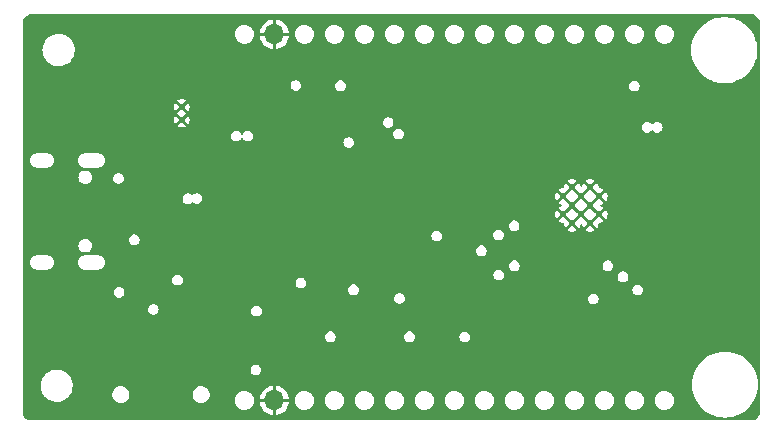
<source format=gbr>
%TF.GenerationSoftware,KiCad,Pcbnew,7.0.5-0*%
%TF.CreationDate,2024-04-29T00:28:01+02:00*%
%TF.ProjectId,esp32-eter,65737033-322d-4657-9465-722e6b696361,rev?*%
%TF.SameCoordinates,Original*%
%TF.FileFunction,Copper,L3,Inr*%
%TF.FilePolarity,Positive*%
%FSLAX46Y46*%
G04 Gerber Fmt 4.6, Leading zero omitted, Abs format (unit mm)*
G04 Created by KiCad (PCBNEW 7.0.5-0) date 2024-04-29 00:28:01*
%MOMM*%
%LPD*%
G01*
G04 APERTURE LIST*
%TA.AperFunction,ComponentPad*%
%ADD10O,1.700000X1.700000*%
%TD*%
%TA.AperFunction,HeatsinkPad*%
%ADD11C,0.600000*%
%TD*%
%TA.AperFunction,ComponentPad*%
%ADD12C,0.500000*%
%TD*%
%TA.AperFunction,ViaPad*%
%ADD13C,0.700000*%
%TD*%
%TA.AperFunction,ViaPad*%
%ADD14C,0.900000*%
%TD*%
%TA.AperFunction,ViaPad*%
%ADD15C,0.800000*%
%TD*%
G04 APERTURE END LIST*
D10*
%TO.N,GND*%
%TO.C,J2*%
X88600000Y-83000000D03*
%TD*%
%TO.N,GND*%
%TO.C,J3*%
X88600000Y-52000000D03*
%TD*%
D11*
%TO.N,GND*%
%TO.C,U1*%
X115342500Y-64965000D03*
X113817500Y-64965000D03*
X116105000Y-65727500D03*
X114580000Y-65727500D03*
X113055000Y-65727500D03*
X115342500Y-66490000D03*
X113817500Y-66490000D03*
X116105000Y-67252500D03*
X114580000Y-67252500D03*
X113055000Y-67252500D03*
X115342500Y-68015000D03*
X113817500Y-68015000D03*
%TD*%
D12*
%TO.N,GND*%
%TO.C,U4*%
X80762500Y-59240000D03*
X80762500Y-58140000D03*
%TD*%
D13*
%TO.N,GND*%
X93850000Y-69000000D03*
X102750000Y-61460000D03*
D14*
X94200000Y-57700000D03*
D13*
X121910000Y-77350000D03*
X94750000Y-68050000D03*
X122640000Y-56750000D03*
X82550000Y-61550000D03*
X87560000Y-69750000D03*
X82950000Y-79000000D03*
X85150000Y-70060000D03*
D14*
X77000000Y-51000000D03*
X79000000Y-51000000D03*
X102300000Y-67700000D03*
D13*
X82150000Y-69800000D03*
X75440000Y-67080000D03*
D14*
X77000000Y-73000000D03*
D13*
X91325000Y-77485000D03*
D14*
X75000000Y-51000000D03*
D13*
X82950000Y-79850000D03*
D14*
X79000000Y-73000000D03*
D13*
X73970000Y-73920000D03*
D14*
X100000000Y-58400000D03*
D13*
X92700000Y-73950000D03*
D15*
X90300000Y-66610000D03*
D13*
X93900000Y-67150000D03*
X87970000Y-58210000D03*
X84730000Y-72560000D03*
D14*
X92250000Y-55000000D03*
D13*
X87900000Y-66900000D03*
D14*
X99000000Y-76000000D03*
X75370000Y-70510000D03*
X113000000Y-81000000D03*
X119000000Y-79000000D03*
X76000000Y-59000000D03*
D13*
X88050000Y-80800000D03*
D14*
X80000000Y-53000000D03*
D13*
X84200000Y-56270000D03*
D14*
X83000000Y-75000000D03*
D13*
X94750000Y-66100000D03*
D14*
X74000000Y-53000000D03*
X77520000Y-70540000D03*
D13*
X93670000Y-61220000D03*
X87900000Y-65850000D03*
D15*
X79830000Y-63210000D03*
D13*
X82550000Y-60650000D03*
X74000000Y-59610000D03*
D14*
X97000000Y-76000000D03*
X92250000Y-57750000D03*
D13*
X96650000Y-66150000D03*
X86750000Y-64600000D03*
D14*
X83000000Y-77000000D03*
D15*
X89290000Y-72770000D03*
D14*
X74000000Y-83000000D03*
X85000000Y-77000000D03*
D13*
X85600000Y-66950000D03*
D15*
X90220000Y-71480000D03*
D14*
X97200000Y-58400000D03*
D13*
X95650000Y-65250000D03*
D14*
X102600000Y-58400000D03*
D13*
X83220000Y-56280000D03*
X89200000Y-54250000D03*
X97400000Y-69000000D03*
X95650000Y-69000000D03*
X83000000Y-68800000D03*
X81150000Y-77550000D03*
D14*
X119000000Y-81000000D03*
X115000000Y-79000000D03*
D13*
X79250000Y-77350000D03*
D14*
X70000000Y-73000000D03*
D13*
X85600000Y-65800000D03*
D14*
X68000000Y-73000000D03*
D13*
X97400000Y-67150000D03*
X82900000Y-78150000D03*
D14*
X68000000Y-79000000D03*
D15*
X90300000Y-62280000D03*
D14*
X71530000Y-57430000D03*
X81000000Y-51000000D03*
D13*
X86750000Y-66900000D03*
X82100000Y-77550000D03*
D14*
X93000000Y-79000000D03*
X68000000Y-51000000D03*
D13*
X85530000Y-72560000D03*
D14*
X102300000Y-65500000D03*
D13*
X87900000Y-64600000D03*
X86900000Y-74000000D03*
X89050000Y-80800000D03*
X96550000Y-68000000D03*
D14*
X102320000Y-63540000D03*
X106100000Y-68900000D03*
X113000000Y-79000000D03*
D13*
X89800000Y-74450000D03*
X88050000Y-54300000D03*
D14*
X90250000Y-55000000D03*
X91000000Y-79000000D03*
D15*
X90300000Y-64350000D03*
D13*
X85600000Y-64600000D03*
D14*
X76000000Y-53000000D03*
D15*
X90250000Y-69160000D03*
D13*
X68250000Y-77260000D03*
X93670000Y-72890000D03*
D14*
X73000000Y-51000000D03*
X119400000Y-72300000D03*
D13*
X79250000Y-76550000D03*
D15*
X77180000Y-63200000D03*
D14*
X83000000Y-51000000D03*
D13*
X97350000Y-65250000D03*
D14*
X91000000Y-81000000D03*
D13*
X68250000Y-76310000D03*
X81300000Y-69810000D03*
X93900000Y-65250000D03*
%TD*%
%TA.AperFunction,Conductor*%
%TO.N,GND*%
G36*
X129001806Y-50300678D02*
G01*
X129025514Y-50303013D01*
X129129217Y-50313227D01*
X129143435Y-50316055D01*
X129260717Y-50351631D01*
X129274112Y-50357180D01*
X129382193Y-50414951D01*
X129394254Y-50423010D01*
X129488986Y-50500755D01*
X129499244Y-50511013D01*
X129576989Y-50605745D01*
X129585048Y-50617806D01*
X129642817Y-50725883D01*
X129648369Y-50739286D01*
X129683943Y-50856559D01*
X129686773Y-50870787D01*
X129699321Y-50998193D01*
X129699499Y-51001821D01*
X129699499Y-81640310D01*
X129695599Y-81651022D01*
X129696437Y-81652152D01*
X129699499Y-81673217D01*
X129699500Y-83952404D01*
X129699500Y-83998178D01*
X129699322Y-84001807D01*
X129686773Y-84129213D01*
X129683943Y-84143440D01*
X129648369Y-84260713D01*
X129642817Y-84274116D01*
X129585048Y-84382193D01*
X129576989Y-84394254D01*
X129499244Y-84488986D01*
X129488986Y-84499244D01*
X129394254Y-84576989D01*
X129382193Y-84585048D01*
X129274116Y-84642817D01*
X129260713Y-84648369D01*
X129143440Y-84683943D01*
X129129213Y-84686773D01*
X129001807Y-84699322D01*
X128998178Y-84699500D01*
X68001822Y-84699500D01*
X67998193Y-84699322D01*
X67870786Y-84686773D01*
X67856559Y-84683943D01*
X67739286Y-84648369D01*
X67725883Y-84642817D01*
X67617806Y-84585048D01*
X67605745Y-84576989D01*
X67511013Y-84499244D01*
X67500755Y-84488986D01*
X67423010Y-84394254D01*
X67414951Y-84382193D01*
X67407356Y-84367983D01*
X67357180Y-84274112D01*
X67351630Y-84260713D01*
X67316055Y-84143435D01*
X67313227Y-84129217D01*
X67300678Y-84001806D01*
X67300500Y-83998178D01*
X67300500Y-81692051D01*
X68802536Y-81692051D01*
X68812365Y-81923425D01*
X68812365Y-81923431D01*
X68812366Y-81923433D01*
X68821169Y-81964277D01*
X68861157Y-82149824D01*
X68861158Y-82149827D01*
X68899885Y-82246203D01*
X68947508Y-82364717D01*
X69009805Y-82465893D01*
X69068931Y-82561921D01*
X69090360Y-82586269D01*
X69221940Y-82735773D01*
X69402126Y-82881263D01*
X69402130Y-82881265D01*
X69402131Y-82881266D01*
X69514120Y-82943827D01*
X69604308Y-82994209D01*
X69822670Y-83071361D01*
X70050930Y-83110500D01*
X70050933Y-83110500D01*
X70224517Y-83110500D01*
X70224521Y-83110500D01*
X70397483Y-83095779D01*
X70621601Y-83037423D01*
X70832634Y-82942030D01*
X71024510Y-82812345D01*
X71191708Y-82652098D01*
X71240394Y-82586270D01*
X74889500Y-82586270D01*
X74930792Y-82753797D01*
X75010976Y-82906574D01*
X75125391Y-83035723D01*
X75267389Y-83133737D01*
X75428717Y-83194921D01*
X75428720Y-83194921D01*
X75428722Y-83194922D01*
X75557015Y-83210499D01*
X75557025Y-83210500D01*
X75642975Y-83210500D01*
X75642984Y-83210499D01*
X75771277Y-83194922D01*
X75771277Y-83194921D01*
X75771283Y-83194921D01*
X75932611Y-83133737D01*
X76074609Y-83035723D01*
X76189024Y-82906574D01*
X76269208Y-82753797D01*
X76310500Y-82586270D01*
X81689500Y-82586270D01*
X81730792Y-82753797D01*
X81810976Y-82906574D01*
X81925391Y-83035723D01*
X82067389Y-83133737D01*
X82228717Y-83194921D01*
X82228720Y-83194921D01*
X82228722Y-83194922D01*
X82357015Y-83210499D01*
X82357025Y-83210500D01*
X82442975Y-83210500D01*
X82442984Y-83210499D01*
X82571277Y-83194922D01*
X82571277Y-83194921D01*
X82571283Y-83194921D01*
X82732611Y-83133737D01*
X82874609Y-83035723D01*
X82906257Y-83000000D01*
X85254435Y-83000000D01*
X85274632Y-83179254D01*
X85274634Y-83179263D01*
X85334209Y-83349520D01*
X85392870Y-83442877D01*
X85430184Y-83502262D01*
X85557738Y-83629816D01*
X85653712Y-83690120D01*
X85710479Y-83725790D01*
X85880736Y-83785365D01*
X85880745Y-83785368D01*
X86015046Y-83800500D01*
X86015050Y-83800500D01*
X86104950Y-83800500D01*
X86104954Y-83800500D01*
X86239255Y-83785368D01*
X86349265Y-83746874D01*
X86409520Y-83725790D01*
X86423834Y-83716796D01*
X86562262Y-83629816D01*
X86689816Y-83502262D01*
X86785789Y-83349522D01*
X86845368Y-83179255D01*
X86865565Y-83000000D01*
X86851481Y-82874999D01*
X87356160Y-82874999D01*
X87356161Y-82875000D01*
X88115595Y-82875000D01*
X88100000Y-82928111D01*
X88100000Y-83071889D01*
X88115595Y-83125000D01*
X87356161Y-83125000D01*
X87364287Y-83217885D01*
X87364288Y-83217893D01*
X87420895Y-83429153D01*
X87513334Y-83627388D01*
X87638785Y-83806551D01*
X87793448Y-83961214D01*
X87972611Y-84086665D01*
X88170846Y-84179104D01*
X88382106Y-84235711D01*
X88382113Y-84235712D01*
X88475000Y-84243838D01*
X88475000Y-83487169D01*
X88564237Y-83500000D01*
X88635763Y-83500000D01*
X88725000Y-83487169D01*
X88725000Y-84243837D01*
X88817886Y-84235712D01*
X88817893Y-84235711D01*
X89029153Y-84179104D01*
X89227388Y-84086665D01*
X89406551Y-83961214D01*
X89561214Y-83806551D01*
X89686665Y-83627388D01*
X89779104Y-83429153D01*
X89835711Y-83217893D01*
X89835712Y-83217885D01*
X89843839Y-83125000D01*
X89084405Y-83125000D01*
X89100000Y-83071889D01*
X89100000Y-83000000D01*
X90334435Y-83000000D01*
X90354632Y-83179254D01*
X90354634Y-83179263D01*
X90414209Y-83349520D01*
X90472870Y-83442877D01*
X90510184Y-83502262D01*
X90637738Y-83629816D01*
X90733712Y-83690120D01*
X90790479Y-83725790D01*
X90960736Y-83785365D01*
X90960745Y-83785368D01*
X91095046Y-83800500D01*
X91095050Y-83800500D01*
X91184950Y-83800500D01*
X91184954Y-83800500D01*
X91319255Y-83785368D01*
X91429265Y-83746874D01*
X91489520Y-83725790D01*
X91503834Y-83716796D01*
X91642262Y-83629816D01*
X91769816Y-83502262D01*
X91865789Y-83349522D01*
X91925368Y-83179255D01*
X91945565Y-83000000D01*
X92874435Y-83000000D01*
X92894632Y-83179254D01*
X92894634Y-83179263D01*
X92954209Y-83349520D01*
X93012870Y-83442877D01*
X93050184Y-83502262D01*
X93177738Y-83629816D01*
X93273712Y-83690120D01*
X93330479Y-83725790D01*
X93500736Y-83785365D01*
X93500745Y-83785368D01*
X93635046Y-83800500D01*
X93635050Y-83800500D01*
X93724950Y-83800500D01*
X93724954Y-83800500D01*
X93859255Y-83785368D01*
X93969265Y-83746874D01*
X94029520Y-83725790D01*
X94043834Y-83716796D01*
X94182262Y-83629816D01*
X94309816Y-83502262D01*
X94405789Y-83349522D01*
X94465368Y-83179255D01*
X94485565Y-83000000D01*
X95414435Y-83000000D01*
X95434632Y-83179254D01*
X95434634Y-83179263D01*
X95494209Y-83349520D01*
X95552870Y-83442877D01*
X95590184Y-83502262D01*
X95717738Y-83629816D01*
X95813712Y-83690120D01*
X95870479Y-83725790D01*
X96040736Y-83785365D01*
X96040745Y-83785368D01*
X96175046Y-83800500D01*
X96175050Y-83800500D01*
X96264950Y-83800500D01*
X96264954Y-83800500D01*
X96399255Y-83785368D01*
X96509265Y-83746874D01*
X96569520Y-83725790D01*
X96583834Y-83716796D01*
X96722262Y-83629816D01*
X96849816Y-83502262D01*
X96945789Y-83349522D01*
X97005368Y-83179255D01*
X97025565Y-83000000D01*
X97954435Y-83000000D01*
X97974632Y-83179254D01*
X97974634Y-83179263D01*
X98034209Y-83349520D01*
X98092870Y-83442877D01*
X98130184Y-83502262D01*
X98257738Y-83629816D01*
X98353712Y-83690120D01*
X98410479Y-83725790D01*
X98580736Y-83785365D01*
X98580745Y-83785368D01*
X98715046Y-83800500D01*
X98715050Y-83800500D01*
X98804950Y-83800500D01*
X98804954Y-83800500D01*
X98939255Y-83785368D01*
X99049265Y-83746874D01*
X99109520Y-83725790D01*
X99123834Y-83716796D01*
X99262262Y-83629816D01*
X99389816Y-83502262D01*
X99485789Y-83349522D01*
X99545368Y-83179255D01*
X99565565Y-83000000D01*
X100494435Y-83000000D01*
X100514632Y-83179254D01*
X100514634Y-83179263D01*
X100574209Y-83349520D01*
X100632870Y-83442877D01*
X100670184Y-83502262D01*
X100797738Y-83629816D01*
X100893712Y-83690120D01*
X100950479Y-83725790D01*
X101120736Y-83785365D01*
X101120745Y-83785368D01*
X101255046Y-83800500D01*
X101255050Y-83800500D01*
X101344950Y-83800500D01*
X101344954Y-83800500D01*
X101479255Y-83785368D01*
X101589265Y-83746874D01*
X101649520Y-83725790D01*
X101663834Y-83716796D01*
X101802262Y-83629816D01*
X101929816Y-83502262D01*
X102025789Y-83349522D01*
X102085368Y-83179255D01*
X102105565Y-83000000D01*
X103034435Y-83000000D01*
X103054632Y-83179254D01*
X103054634Y-83179263D01*
X103114209Y-83349520D01*
X103172870Y-83442877D01*
X103210184Y-83502262D01*
X103337738Y-83629816D01*
X103433712Y-83690120D01*
X103490479Y-83725790D01*
X103660736Y-83785365D01*
X103660745Y-83785368D01*
X103795046Y-83800500D01*
X103795050Y-83800500D01*
X103884950Y-83800500D01*
X103884954Y-83800500D01*
X104019255Y-83785368D01*
X104129265Y-83746874D01*
X104189520Y-83725790D01*
X104203834Y-83716796D01*
X104342262Y-83629816D01*
X104469816Y-83502262D01*
X104565789Y-83349522D01*
X104625368Y-83179255D01*
X104645565Y-83000000D01*
X105574435Y-83000000D01*
X105594632Y-83179254D01*
X105594634Y-83179263D01*
X105654209Y-83349520D01*
X105712870Y-83442877D01*
X105750184Y-83502262D01*
X105877738Y-83629816D01*
X105973712Y-83690120D01*
X106030479Y-83725790D01*
X106200736Y-83785365D01*
X106200745Y-83785368D01*
X106335046Y-83800500D01*
X106335050Y-83800500D01*
X106424950Y-83800500D01*
X106424954Y-83800500D01*
X106559255Y-83785368D01*
X106669265Y-83746874D01*
X106729520Y-83725790D01*
X106743834Y-83716796D01*
X106882262Y-83629816D01*
X107009816Y-83502262D01*
X107105789Y-83349522D01*
X107165368Y-83179255D01*
X107185565Y-83000000D01*
X108114435Y-83000000D01*
X108134632Y-83179254D01*
X108134634Y-83179263D01*
X108194209Y-83349520D01*
X108252870Y-83442877D01*
X108290184Y-83502262D01*
X108417738Y-83629816D01*
X108513712Y-83690120D01*
X108570479Y-83725790D01*
X108740736Y-83785365D01*
X108740745Y-83785368D01*
X108875046Y-83800500D01*
X108875050Y-83800500D01*
X108964950Y-83800500D01*
X108964954Y-83800500D01*
X109099255Y-83785368D01*
X109209265Y-83746874D01*
X109269520Y-83725790D01*
X109283834Y-83716796D01*
X109422262Y-83629816D01*
X109549816Y-83502262D01*
X109645789Y-83349522D01*
X109705368Y-83179255D01*
X109725565Y-83000000D01*
X110654435Y-83000000D01*
X110674632Y-83179254D01*
X110674634Y-83179263D01*
X110734209Y-83349520D01*
X110792870Y-83442877D01*
X110830184Y-83502262D01*
X110957738Y-83629816D01*
X111053712Y-83690120D01*
X111110479Y-83725790D01*
X111280736Y-83785365D01*
X111280745Y-83785368D01*
X111415046Y-83800500D01*
X111415050Y-83800500D01*
X111504950Y-83800500D01*
X111504954Y-83800500D01*
X111639255Y-83785368D01*
X111749265Y-83746874D01*
X111809520Y-83725790D01*
X111823834Y-83716796D01*
X111962262Y-83629816D01*
X112089816Y-83502262D01*
X112185789Y-83349522D01*
X112245368Y-83179255D01*
X112265565Y-83000000D01*
X113194435Y-83000000D01*
X113214632Y-83179254D01*
X113214634Y-83179263D01*
X113274209Y-83349520D01*
X113332870Y-83442877D01*
X113370184Y-83502262D01*
X113497738Y-83629816D01*
X113593712Y-83690120D01*
X113650479Y-83725790D01*
X113820736Y-83785365D01*
X113820745Y-83785368D01*
X113955046Y-83800500D01*
X113955050Y-83800500D01*
X114044950Y-83800500D01*
X114044954Y-83800500D01*
X114179255Y-83785368D01*
X114289265Y-83746874D01*
X114349520Y-83725790D01*
X114363834Y-83716796D01*
X114502262Y-83629816D01*
X114629816Y-83502262D01*
X114725789Y-83349522D01*
X114785368Y-83179255D01*
X114805565Y-83000000D01*
X115734435Y-83000000D01*
X115754632Y-83179254D01*
X115754634Y-83179263D01*
X115814209Y-83349520D01*
X115872870Y-83442877D01*
X115910184Y-83502262D01*
X116037738Y-83629816D01*
X116133712Y-83690120D01*
X116190479Y-83725790D01*
X116360736Y-83785365D01*
X116360745Y-83785368D01*
X116495046Y-83800500D01*
X116495050Y-83800500D01*
X116584950Y-83800500D01*
X116584954Y-83800500D01*
X116719255Y-83785368D01*
X116829265Y-83746874D01*
X116889520Y-83725790D01*
X116903834Y-83716796D01*
X117042262Y-83629816D01*
X117169816Y-83502262D01*
X117265789Y-83349522D01*
X117325368Y-83179255D01*
X117345565Y-83000000D01*
X118274435Y-83000000D01*
X118294632Y-83179254D01*
X118294634Y-83179263D01*
X118354209Y-83349520D01*
X118412870Y-83442877D01*
X118450184Y-83502262D01*
X118577738Y-83629816D01*
X118673712Y-83690120D01*
X118730479Y-83725790D01*
X118900736Y-83785365D01*
X118900745Y-83785368D01*
X119035046Y-83800500D01*
X119035050Y-83800500D01*
X119124950Y-83800500D01*
X119124954Y-83800500D01*
X119259255Y-83785368D01*
X119369265Y-83746874D01*
X119429520Y-83725790D01*
X119443834Y-83716796D01*
X119582262Y-83629816D01*
X119709816Y-83502262D01*
X119805789Y-83349522D01*
X119865368Y-83179255D01*
X119885565Y-83000000D01*
X120814435Y-83000000D01*
X120834632Y-83179254D01*
X120834634Y-83179263D01*
X120894209Y-83349520D01*
X120952870Y-83442877D01*
X120990184Y-83502262D01*
X121117738Y-83629816D01*
X121213712Y-83690120D01*
X121270479Y-83725790D01*
X121440736Y-83785365D01*
X121440745Y-83785368D01*
X121575046Y-83800500D01*
X121575050Y-83800500D01*
X121664950Y-83800500D01*
X121664954Y-83800500D01*
X121799255Y-83785368D01*
X121909265Y-83746874D01*
X121969520Y-83725790D01*
X121983834Y-83716796D01*
X122122262Y-83629816D01*
X122249816Y-83502262D01*
X122345789Y-83349522D01*
X122405368Y-83179255D01*
X122425565Y-83000000D01*
X122405368Y-82820745D01*
X122395559Y-82792712D01*
X122345790Y-82650479D01*
X122290145Y-82561921D01*
X122249816Y-82497738D01*
X122122262Y-82370184D01*
X122083053Y-82345547D01*
X121969520Y-82274209D01*
X121799263Y-82214634D01*
X121799256Y-82214632D01*
X121799255Y-82214632D01*
X121664954Y-82199500D01*
X121575046Y-82199500D01*
X121440745Y-82214632D01*
X121440736Y-82214634D01*
X121270479Y-82274209D01*
X121117739Y-82370183D01*
X120990183Y-82497739D01*
X120894209Y-82650479D01*
X120834634Y-82820736D01*
X120834632Y-82820745D01*
X120814435Y-83000000D01*
X119885565Y-83000000D01*
X119865368Y-82820745D01*
X119855559Y-82792712D01*
X119805790Y-82650479D01*
X119750145Y-82561921D01*
X119709816Y-82497738D01*
X119582262Y-82370184D01*
X119543054Y-82345547D01*
X119429520Y-82274209D01*
X119259263Y-82214634D01*
X119259256Y-82214632D01*
X119259255Y-82214632D01*
X119124954Y-82199500D01*
X119035046Y-82199500D01*
X118900745Y-82214632D01*
X118900736Y-82214634D01*
X118730479Y-82274209D01*
X118577739Y-82370183D01*
X118450183Y-82497739D01*
X118354209Y-82650479D01*
X118294634Y-82820736D01*
X118294632Y-82820745D01*
X118274435Y-83000000D01*
X117345565Y-83000000D01*
X117325368Y-82820745D01*
X117315559Y-82792712D01*
X117265790Y-82650479D01*
X117210145Y-82561921D01*
X117169816Y-82497738D01*
X117042262Y-82370184D01*
X117003054Y-82345547D01*
X116889520Y-82274209D01*
X116719263Y-82214634D01*
X116719256Y-82214632D01*
X116719255Y-82214632D01*
X116584954Y-82199500D01*
X116495046Y-82199500D01*
X116360745Y-82214632D01*
X116360736Y-82214634D01*
X116190479Y-82274209D01*
X116037739Y-82370183D01*
X115910183Y-82497739D01*
X115814209Y-82650479D01*
X115754634Y-82820736D01*
X115754632Y-82820745D01*
X115734435Y-83000000D01*
X114805565Y-83000000D01*
X114785368Y-82820745D01*
X114775559Y-82792712D01*
X114725790Y-82650479D01*
X114670145Y-82561921D01*
X114629816Y-82497738D01*
X114502262Y-82370184D01*
X114463054Y-82345547D01*
X114349520Y-82274209D01*
X114179263Y-82214634D01*
X114179256Y-82214632D01*
X114179255Y-82214632D01*
X114044954Y-82199500D01*
X113955046Y-82199500D01*
X113820745Y-82214632D01*
X113820736Y-82214634D01*
X113650479Y-82274209D01*
X113497739Y-82370183D01*
X113370183Y-82497739D01*
X113274209Y-82650479D01*
X113214634Y-82820736D01*
X113214632Y-82820745D01*
X113194435Y-83000000D01*
X112265565Y-83000000D01*
X112245368Y-82820745D01*
X112235559Y-82792712D01*
X112185790Y-82650479D01*
X112130145Y-82561921D01*
X112089816Y-82497738D01*
X111962262Y-82370184D01*
X111923054Y-82345547D01*
X111809520Y-82274209D01*
X111639263Y-82214634D01*
X111639256Y-82214632D01*
X111639255Y-82214632D01*
X111504954Y-82199500D01*
X111415046Y-82199500D01*
X111280745Y-82214632D01*
X111280736Y-82214634D01*
X111110479Y-82274209D01*
X110957739Y-82370183D01*
X110830183Y-82497739D01*
X110734209Y-82650479D01*
X110674634Y-82820736D01*
X110674632Y-82820745D01*
X110654435Y-83000000D01*
X109725565Y-83000000D01*
X109705368Y-82820745D01*
X109695559Y-82792712D01*
X109645790Y-82650479D01*
X109590145Y-82561921D01*
X109549816Y-82497738D01*
X109422262Y-82370184D01*
X109383054Y-82345547D01*
X109269520Y-82274209D01*
X109099263Y-82214634D01*
X109099256Y-82214632D01*
X109099255Y-82214632D01*
X108964954Y-82199500D01*
X108875046Y-82199500D01*
X108740745Y-82214632D01*
X108740736Y-82214634D01*
X108570479Y-82274209D01*
X108417739Y-82370183D01*
X108290183Y-82497739D01*
X108194209Y-82650479D01*
X108134634Y-82820736D01*
X108134632Y-82820745D01*
X108114435Y-83000000D01*
X107185565Y-83000000D01*
X107165368Y-82820745D01*
X107155559Y-82792712D01*
X107105790Y-82650479D01*
X107050145Y-82561921D01*
X107009816Y-82497738D01*
X106882262Y-82370184D01*
X106843054Y-82345547D01*
X106729520Y-82274209D01*
X106559263Y-82214634D01*
X106559256Y-82214632D01*
X106559255Y-82214632D01*
X106424954Y-82199500D01*
X106335046Y-82199500D01*
X106200745Y-82214632D01*
X106200736Y-82214634D01*
X106030479Y-82274209D01*
X105877739Y-82370183D01*
X105750183Y-82497739D01*
X105654209Y-82650479D01*
X105594634Y-82820736D01*
X105594632Y-82820745D01*
X105574435Y-83000000D01*
X104645565Y-83000000D01*
X104625368Y-82820745D01*
X104615559Y-82792712D01*
X104565790Y-82650479D01*
X104510145Y-82561921D01*
X104469816Y-82497738D01*
X104342262Y-82370184D01*
X104303054Y-82345547D01*
X104189520Y-82274209D01*
X104019263Y-82214634D01*
X104019256Y-82214632D01*
X104019255Y-82214632D01*
X103884954Y-82199500D01*
X103795046Y-82199500D01*
X103660745Y-82214632D01*
X103660736Y-82214634D01*
X103490479Y-82274209D01*
X103337739Y-82370183D01*
X103210183Y-82497739D01*
X103114209Y-82650479D01*
X103054634Y-82820736D01*
X103054632Y-82820745D01*
X103034435Y-83000000D01*
X102105565Y-83000000D01*
X102085368Y-82820745D01*
X102075559Y-82792712D01*
X102025790Y-82650479D01*
X101970145Y-82561921D01*
X101929816Y-82497738D01*
X101802262Y-82370184D01*
X101763054Y-82345547D01*
X101649520Y-82274209D01*
X101479263Y-82214634D01*
X101479256Y-82214632D01*
X101479255Y-82214632D01*
X101344954Y-82199500D01*
X101255046Y-82199500D01*
X101120745Y-82214632D01*
X101120736Y-82214634D01*
X100950479Y-82274209D01*
X100797739Y-82370183D01*
X100670183Y-82497739D01*
X100574209Y-82650479D01*
X100514634Y-82820736D01*
X100514632Y-82820745D01*
X100494435Y-83000000D01*
X99565565Y-83000000D01*
X99545368Y-82820745D01*
X99535559Y-82792712D01*
X99485790Y-82650479D01*
X99430145Y-82561921D01*
X99389816Y-82497738D01*
X99262262Y-82370184D01*
X99223054Y-82345547D01*
X99109520Y-82274209D01*
X98939263Y-82214634D01*
X98939256Y-82214632D01*
X98939255Y-82214632D01*
X98804954Y-82199500D01*
X98715046Y-82199500D01*
X98580745Y-82214632D01*
X98580736Y-82214634D01*
X98410479Y-82274209D01*
X98257739Y-82370183D01*
X98130183Y-82497739D01*
X98034209Y-82650479D01*
X97974634Y-82820736D01*
X97974632Y-82820745D01*
X97954435Y-83000000D01*
X97025565Y-83000000D01*
X97005368Y-82820745D01*
X96995559Y-82792712D01*
X96945790Y-82650479D01*
X96890145Y-82561921D01*
X96849816Y-82497738D01*
X96722262Y-82370184D01*
X96683054Y-82345547D01*
X96569520Y-82274209D01*
X96399263Y-82214634D01*
X96399256Y-82214632D01*
X96399255Y-82214632D01*
X96264954Y-82199500D01*
X96175046Y-82199500D01*
X96040745Y-82214632D01*
X96040736Y-82214634D01*
X95870479Y-82274209D01*
X95717739Y-82370183D01*
X95590183Y-82497739D01*
X95494209Y-82650479D01*
X95434634Y-82820736D01*
X95434632Y-82820745D01*
X95414435Y-83000000D01*
X94485565Y-83000000D01*
X94465368Y-82820745D01*
X94455559Y-82792712D01*
X94405790Y-82650479D01*
X94350145Y-82561921D01*
X94309816Y-82497738D01*
X94182262Y-82370184D01*
X94143054Y-82345547D01*
X94029520Y-82274209D01*
X93859263Y-82214634D01*
X93859256Y-82214632D01*
X93859255Y-82214632D01*
X93724954Y-82199500D01*
X93635046Y-82199500D01*
X93500745Y-82214632D01*
X93500736Y-82214634D01*
X93330479Y-82274209D01*
X93177739Y-82370183D01*
X93050183Y-82497739D01*
X92954209Y-82650479D01*
X92894634Y-82820736D01*
X92894632Y-82820745D01*
X92874435Y-83000000D01*
X91945565Y-83000000D01*
X91925368Y-82820745D01*
X91915559Y-82792712D01*
X91865790Y-82650479D01*
X91810145Y-82561921D01*
X91769816Y-82497738D01*
X91642262Y-82370184D01*
X91603054Y-82345547D01*
X91489520Y-82274209D01*
X91319263Y-82214634D01*
X91319256Y-82214632D01*
X91319255Y-82214632D01*
X91184954Y-82199500D01*
X91095046Y-82199500D01*
X90960745Y-82214632D01*
X90960736Y-82214634D01*
X90790479Y-82274209D01*
X90637739Y-82370183D01*
X90510183Y-82497739D01*
X90414209Y-82650479D01*
X90354634Y-82820736D01*
X90354632Y-82820745D01*
X90334435Y-83000000D01*
X89100000Y-83000000D01*
X89100000Y-82928111D01*
X89084405Y-82875000D01*
X89843839Y-82875000D01*
X89843839Y-82874999D01*
X89835712Y-82782114D01*
X89835711Y-82782106D01*
X89779105Y-82570849D01*
X89779100Y-82570838D01*
X89686665Y-82372612D01*
X89561212Y-82193445D01*
X89406551Y-82038785D01*
X89406552Y-82038785D01*
X89227388Y-81913334D01*
X89029153Y-81820895D01*
X88817893Y-81764288D01*
X88817885Y-81764287D01*
X88725000Y-81756160D01*
X88725000Y-82512830D01*
X88635763Y-82500000D01*
X88564237Y-82500000D01*
X88474999Y-82512830D01*
X88475000Y-81756161D01*
X88474999Y-81756160D01*
X88382114Y-81764287D01*
X88382106Y-81764288D01*
X88170849Y-81820894D01*
X88170838Y-81820899D01*
X87972612Y-81913334D01*
X87793445Y-82038787D01*
X87638787Y-82193445D01*
X87513334Y-82372612D01*
X87420899Y-82570838D01*
X87420894Y-82570849D01*
X87364288Y-82782106D01*
X87364287Y-82782114D01*
X87356160Y-82874999D01*
X86851481Y-82874999D01*
X86845368Y-82820745D01*
X86835559Y-82792712D01*
X86785790Y-82650479D01*
X86730145Y-82561921D01*
X86689816Y-82497738D01*
X86562262Y-82370184D01*
X86523054Y-82345547D01*
X86409520Y-82274209D01*
X86239263Y-82214634D01*
X86239256Y-82214632D01*
X86239255Y-82214632D01*
X86104954Y-82199500D01*
X86015046Y-82199500D01*
X85880745Y-82214632D01*
X85880736Y-82214634D01*
X85710479Y-82274209D01*
X85557739Y-82370183D01*
X85430183Y-82497739D01*
X85334209Y-82650479D01*
X85274634Y-82820736D01*
X85274632Y-82820745D01*
X85254435Y-83000000D01*
X82906257Y-83000000D01*
X82989024Y-82906574D01*
X83069208Y-82753797D01*
X83110500Y-82586270D01*
X83110500Y-82413730D01*
X83069208Y-82246203D01*
X82989024Y-82093426D01*
X82874609Y-81964277D01*
X82815437Y-81923433D01*
X82732610Y-81866262D01*
X82632465Y-81828282D01*
X82571283Y-81805079D01*
X82571281Y-81805078D01*
X82571277Y-81805077D01*
X82442984Y-81789500D01*
X82442975Y-81789500D01*
X82357025Y-81789500D01*
X82357015Y-81789500D01*
X82228722Y-81805077D01*
X82228717Y-81805079D01*
X82067389Y-81866262D01*
X81925391Y-81964276D01*
X81810975Y-82093427D01*
X81755304Y-82199500D01*
X81730792Y-82246203D01*
X81689500Y-82413730D01*
X81689500Y-82586270D01*
X76310500Y-82586270D01*
X76310500Y-82413730D01*
X76269208Y-82246203D01*
X76189024Y-82093426D01*
X76074609Y-81964277D01*
X76015437Y-81923433D01*
X75932610Y-81866262D01*
X75832465Y-81828282D01*
X75771283Y-81805079D01*
X75771281Y-81805078D01*
X75771277Y-81805077D01*
X75642984Y-81789500D01*
X75642975Y-81789500D01*
X75557025Y-81789500D01*
X75557015Y-81789500D01*
X75428722Y-81805077D01*
X75428717Y-81805079D01*
X75267389Y-81866262D01*
X75125391Y-81964276D01*
X75010975Y-82093427D01*
X74955304Y-82199500D01*
X74930792Y-82246203D01*
X74889500Y-82413730D01*
X74889500Y-82586270D01*
X71240394Y-82586270D01*
X71329420Y-82465899D01*
X71433683Y-82259105D01*
X71501498Y-82037665D01*
X71530915Y-81807950D01*
X71524493Y-81656764D01*
X123967640Y-81656764D01*
X123987998Y-81993341D01*
X123987999Y-81993350D01*
X124048782Y-82325024D01*
X124149095Y-82646941D01*
X124149096Y-82646944D01*
X124149098Y-82646949D01*
X124287488Y-82954438D01*
X124461933Y-83243005D01*
X124669889Y-83508441D01*
X124908323Y-83746875D01*
X125173759Y-83954831D01*
X125462326Y-84129276D01*
X125769815Y-84267666D01*
X126091745Y-84367983D01*
X126423418Y-84428765D01*
X126760000Y-84449124D01*
X127096582Y-84428765D01*
X127428255Y-84367983D01*
X127750185Y-84267666D01*
X128057674Y-84129276D01*
X128346241Y-83954831D01*
X128611677Y-83746875D01*
X128850111Y-83508441D01*
X129058067Y-83243005D01*
X129232512Y-82954438D01*
X129370902Y-82646949D01*
X129471219Y-82325019D01*
X129532001Y-81993346D01*
X129551635Y-81668746D01*
X129555000Y-81660991D01*
X129551635Y-81644784D01*
X129532001Y-81320182D01*
X129471219Y-80988509D01*
X129370902Y-80666579D01*
X129232512Y-80359090D01*
X129058067Y-80070523D01*
X128850111Y-79805087D01*
X128611677Y-79566653D01*
X128346241Y-79358697D01*
X128057674Y-79184252D01*
X127750185Y-79045862D01*
X127750180Y-79045860D01*
X127750177Y-79045859D01*
X127428260Y-78945546D01*
X127096586Y-78884763D01*
X127096577Y-78884762D01*
X126760000Y-78864404D01*
X126423422Y-78884762D01*
X126423413Y-78884763D01*
X126091739Y-78945546D01*
X125769822Y-79045859D01*
X125462325Y-79184252D01*
X125462322Y-79184254D01*
X125173758Y-79358697D01*
X124908322Y-79566653D01*
X124669889Y-79805086D01*
X124461933Y-80070522D01*
X124287490Y-80359086D01*
X124287488Y-80359089D01*
X124206865Y-80538226D01*
X124153831Y-80656064D01*
X124149095Y-80666586D01*
X124048782Y-80988503D01*
X123987999Y-81320177D01*
X123987998Y-81320186D01*
X123967640Y-81656764D01*
X71524493Y-81656764D01*
X71521086Y-81576567D01*
X71472294Y-81350174D01*
X71385944Y-81135283D01*
X71264519Y-80938077D01*
X71111512Y-80764227D01*
X70931326Y-80618737D01*
X70931322Y-80618735D01*
X70931320Y-80618733D01*
X70729143Y-80505790D01*
X70568694Y-80449100D01*
X70510782Y-80428639D01*
X70402073Y-80409999D01*
X86584867Y-80409999D01*
X86603302Y-80538223D01*
X86603302Y-80538224D01*
X86603303Y-80538226D01*
X86657118Y-80656063D01*
X86741951Y-80753967D01*
X86850931Y-80824004D01*
X86975228Y-80860500D01*
X87104772Y-80860500D01*
X87229069Y-80824004D01*
X87338049Y-80753967D01*
X87422882Y-80656063D01*
X87476697Y-80538226D01*
X87495133Y-80410000D01*
X87476697Y-80281774D01*
X87422882Y-80163937D01*
X87338049Y-80066033D01*
X87271032Y-80022964D01*
X87229068Y-79995995D01*
X87104772Y-79959500D01*
X86975228Y-79959500D01*
X86850931Y-79995995D01*
X86741954Y-80066031D01*
X86741950Y-80066034D01*
X86657119Y-80163935D01*
X86603302Y-80281776D01*
X86584867Y-80409999D01*
X70402073Y-80409999D01*
X70282522Y-80389500D01*
X70108931Y-80389500D01*
X70108927Y-80389500D01*
X70108910Y-80389501D01*
X69935972Y-80404220D01*
X69711854Y-80462576D01*
X69711849Y-80462577D01*
X69500816Y-80557971D01*
X69308940Y-80687656D01*
X69141743Y-80847902D01*
X69004030Y-81034104D01*
X69004029Y-81034106D01*
X68899768Y-81240894D01*
X68831955Y-81462328D01*
X68802537Y-81692050D01*
X68802536Y-81692051D01*
X67300500Y-81692051D01*
X67300500Y-77600000D01*
X92884867Y-77600000D01*
X92903302Y-77728223D01*
X92903302Y-77728224D01*
X92903303Y-77728226D01*
X92957118Y-77846063D01*
X93041951Y-77943967D01*
X93150931Y-78014004D01*
X93275228Y-78050500D01*
X93404772Y-78050500D01*
X93529069Y-78014004D01*
X93638049Y-77943967D01*
X93722882Y-77846063D01*
X93776697Y-77728226D01*
X93795133Y-77600000D01*
X99584867Y-77600000D01*
X99603302Y-77728223D01*
X99603302Y-77728224D01*
X99603303Y-77728226D01*
X99657118Y-77846063D01*
X99741951Y-77943967D01*
X99850931Y-78014004D01*
X99975228Y-78050500D01*
X100104772Y-78050500D01*
X100229069Y-78014004D01*
X100338049Y-77943967D01*
X100422882Y-77846063D01*
X100476697Y-77728226D01*
X100490820Y-77630000D01*
X104264867Y-77630000D01*
X104283302Y-77758223D01*
X104283302Y-77758224D01*
X104283303Y-77758226D01*
X104337118Y-77876063D01*
X104421951Y-77973967D01*
X104530931Y-78044004D01*
X104655228Y-78080500D01*
X104784772Y-78080500D01*
X104909069Y-78044004D01*
X105018049Y-77973967D01*
X105102882Y-77876063D01*
X105156697Y-77758226D01*
X105175133Y-77630000D01*
X105156697Y-77501774D01*
X105102882Y-77383937D01*
X105018049Y-77286033D01*
X104951032Y-77242964D01*
X104909068Y-77215995D01*
X104784772Y-77179500D01*
X104655228Y-77179500D01*
X104530931Y-77215995D01*
X104421954Y-77286031D01*
X104421950Y-77286034D01*
X104337119Y-77383935D01*
X104283302Y-77501776D01*
X104264867Y-77630000D01*
X100490820Y-77630000D01*
X100495133Y-77600000D01*
X100476697Y-77471774D01*
X100422882Y-77353937D01*
X100338049Y-77256033D01*
X100271032Y-77212964D01*
X100229068Y-77185995D01*
X100104772Y-77149500D01*
X99975228Y-77149500D01*
X99850931Y-77185995D01*
X99741954Y-77256031D01*
X99741950Y-77256034D01*
X99657119Y-77353935D01*
X99603302Y-77471776D01*
X99584867Y-77600000D01*
X93795133Y-77600000D01*
X93776697Y-77471774D01*
X93722882Y-77353937D01*
X93638049Y-77256033D01*
X93571032Y-77212964D01*
X93529068Y-77185995D01*
X93404772Y-77149500D01*
X93275228Y-77149500D01*
X93150931Y-77185995D01*
X93041954Y-77256031D01*
X93041950Y-77256034D01*
X92957119Y-77353935D01*
X92903302Y-77471776D01*
X92884867Y-77600000D01*
X67300500Y-77600000D01*
X67300500Y-75299999D01*
X77894867Y-75299999D01*
X77913302Y-75428223D01*
X77913302Y-75428224D01*
X77913303Y-75428226D01*
X77967118Y-75546063D01*
X78051951Y-75643967D01*
X78160931Y-75714004D01*
X78285228Y-75750500D01*
X78414772Y-75750500D01*
X78539069Y-75714004D01*
X78648049Y-75643967D01*
X78732882Y-75546063D01*
X78785887Y-75430000D01*
X86644867Y-75430000D01*
X86663302Y-75558223D01*
X86663302Y-75558224D01*
X86663303Y-75558226D01*
X86717118Y-75676063D01*
X86801951Y-75773967D01*
X86910931Y-75844004D01*
X87035228Y-75880500D01*
X87164772Y-75880500D01*
X87289069Y-75844004D01*
X87398049Y-75773967D01*
X87482882Y-75676063D01*
X87536697Y-75558226D01*
X87555133Y-75430000D01*
X87536697Y-75301774D01*
X87482882Y-75183937D01*
X87398049Y-75086033D01*
X87331032Y-75042964D01*
X87289068Y-75015995D01*
X87164772Y-74979500D01*
X87035228Y-74979500D01*
X86910931Y-75015995D01*
X86801954Y-75086031D01*
X86801950Y-75086034D01*
X86717119Y-75183935D01*
X86663302Y-75301776D01*
X86644867Y-75430000D01*
X78785887Y-75430000D01*
X78786697Y-75428226D01*
X78805133Y-75300000D01*
X78786697Y-75171774D01*
X78732882Y-75053937D01*
X78648049Y-74956033D01*
X78581032Y-74912964D01*
X78539068Y-74885995D01*
X78414772Y-74849500D01*
X78285228Y-74849500D01*
X78160931Y-74885995D01*
X78051954Y-74956031D01*
X78051950Y-74956034D01*
X77967119Y-75053935D01*
X77913302Y-75171776D01*
X77894867Y-75299999D01*
X67300500Y-75299999D01*
X67300500Y-74375000D01*
X98744867Y-74375000D01*
X98763302Y-74503223D01*
X98763302Y-74503224D01*
X98763303Y-74503226D01*
X98817118Y-74621063D01*
X98901951Y-74718967D01*
X99010931Y-74789004D01*
X99135228Y-74825500D01*
X99264772Y-74825500D01*
X99389069Y-74789004D01*
X99498049Y-74718967D01*
X99582882Y-74621063D01*
X99636697Y-74503226D01*
X99651539Y-74400000D01*
X115144867Y-74400000D01*
X115163302Y-74528223D01*
X115163302Y-74528224D01*
X115163303Y-74528226D01*
X115217118Y-74646063D01*
X115301951Y-74743967D01*
X115410931Y-74814004D01*
X115535228Y-74850500D01*
X115664772Y-74850500D01*
X115789069Y-74814004D01*
X115898049Y-74743967D01*
X115982882Y-74646063D01*
X116036697Y-74528226D01*
X116055133Y-74400000D01*
X116036697Y-74271774D01*
X115982882Y-74153937D01*
X115898049Y-74056033D01*
X115831032Y-74012964D01*
X115789068Y-73985995D01*
X115664772Y-73949500D01*
X115535228Y-73949500D01*
X115410931Y-73985995D01*
X115301954Y-74056031D01*
X115301950Y-74056034D01*
X115217119Y-74153935D01*
X115163302Y-74271776D01*
X115144867Y-74400000D01*
X99651539Y-74400000D01*
X99655133Y-74375000D01*
X99636697Y-74246774D01*
X99582882Y-74128937D01*
X99498049Y-74031033D01*
X99424810Y-73983965D01*
X99389068Y-73960995D01*
X99264772Y-73924500D01*
X99135228Y-73924500D01*
X99010931Y-73960995D01*
X98901954Y-74031031D01*
X98901950Y-74031034D01*
X98817119Y-74128935D01*
X98763302Y-74246776D01*
X98744867Y-74375000D01*
X67300500Y-74375000D01*
X67300500Y-73849999D01*
X74994867Y-73849999D01*
X75013302Y-73978223D01*
X75013302Y-73978224D01*
X75013303Y-73978226D01*
X75067118Y-74096063D01*
X75151951Y-74193967D01*
X75260931Y-74264004D01*
X75385228Y-74300500D01*
X75514772Y-74300500D01*
X75639069Y-74264004D01*
X75748049Y-74193967D01*
X75832882Y-74096063D01*
X75886697Y-73978226D01*
X75905133Y-73850000D01*
X75886697Y-73721774D01*
X75844785Y-73630000D01*
X94834867Y-73630000D01*
X94853302Y-73758223D01*
X94853302Y-73758224D01*
X94853303Y-73758226D01*
X94907118Y-73876063D01*
X94991951Y-73973967D01*
X95100931Y-74044004D01*
X95225228Y-74080500D01*
X95354772Y-74080500D01*
X95479069Y-74044004D01*
X95588049Y-73973967D01*
X95672882Y-73876063D01*
X95726697Y-73758226D01*
X95743695Y-73639999D01*
X118914867Y-73639999D01*
X118933302Y-73768223D01*
X118933302Y-73768224D01*
X118933303Y-73768226D01*
X118987118Y-73886063D01*
X119071951Y-73983967D01*
X119180931Y-74054004D01*
X119305228Y-74090500D01*
X119434772Y-74090500D01*
X119559069Y-74054004D01*
X119668049Y-73983967D01*
X119752882Y-73886063D01*
X119806697Y-73768226D01*
X119825133Y-73640000D01*
X119806697Y-73511774D01*
X119752882Y-73393937D01*
X119668049Y-73296033D01*
X119601032Y-73252964D01*
X119559068Y-73225995D01*
X119434772Y-73189500D01*
X119305228Y-73189500D01*
X119180931Y-73225995D01*
X119071954Y-73296031D01*
X119071950Y-73296034D01*
X118987119Y-73393935D01*
X118987118Y-73393936D01*
X118987118Y-73393937D01*
X118982538Y-73403965D01*
X118933302Y-73511776D01*
X118914867Y-73639999D01*
X95743695Y-73639999D01*
X95745133Y-73630000D01*
X95726697Y-73501774D01*
X95672882Y-73383937D01*
X95588049Y-73286033D01*
X95521032Y-73242964D01*
X95479068Y-73215995D01*
X95354772Y-73179500D01*
X95225228Y-73179500D01*
X95100931Y-73215995D01*
X94991954Y-73286031D01*
X94991950Y-73286034D01*
X94907119Y-73383935D01*
X94907118Y-73383936D01*
X94907118Y-73383937D01*
X94897970Y-73403968D01*
X94853302Y-73501776D01*
X94834867Y-73630000D01*
X75844785Y-73630000D01*
X75832882Y-73603937D01*
X75748049Y-73506033D01*
X75681032Y-73462964D01*
X75639068Y-73435995D01*
X75514772Y-73399500D01*
X75385228Y-73399500D01*
X75260931Y-73435995D01*
X75151954Y-73506031D01*
X75151950Y-73506034D01*
X75067119Y-73603935D01*
X75013302Y-73721776D01*
X74994867Y-73849999D01*
X67300500Y-73849999D01*
X67300500Y-72809999D01*
X79944867Y-72809999D01*
X79963302Y-72938223D01*
X79963302Y-72938224D01*
X79963303Y-72938226D01*
X80017118Y-73056063D01*
X80101951Y-73153967D01*
X80210931Y-73224004D01*
X80335228Y-73260500D01*
X80464772Y-73260500D01*
X80589069Y-73224004D01*
X80698049Y-73153967D01*
X80779471Y-73059999D01*
X90394867Y-73059999D01*
X90413302Y-73188223D01*
X90413302Y-73188224D01*
X90413303Y-73188226D01*
X90467118Y-73306063D01*
X90551951Y-73403967D01*
X90660931Y-73474004D01*
X90785228Y-73510500D01*
X90914772Y-73510500D01*
X91039069Y-73474004D01*
X91148049Y-73403967D01*
X91232882Y-73306063D01*
X91286697Y-73188226D01*
X91305133Y-73060000D01*
X91286697Y-72931774D01*
X91232882Y-72813937D01*
X91148049Y-72716033D01*
X91081032Y-72672964D01*
X91039068Y-72645995D01*
X90914772Y-72609500D01*
X90785228Y-72609500D01*
X90660931Y-72645995D01*
X90551954Y-72716031D01*
X90551950Y-72716034D01*
X90467119Y-72813935D01*
X90413302Y-72931776D01*
X90394867Y-73059999D01*
X80779471Y-73059999D01*
X80782882Y-73056063D01*
X80836697Y-72938226D01*
X80855133Y-72810000D01*
X80836697Y-72681774D01*
X80782882Y-72563937D01*
X80698049Y-72466033D01*
X80598060Y-72401774D01*
X80589068Y-72395995D01*
X80500530Y-72369999D01*
X107144867Y-72369999D01*
X107163302Y-72498223D01*
X107163302Y-72498224D01*
X107163303Y-72498226D01*
X107217118Y-72616063D01*
X107301951Y-72713967D01*
X107410931Y-72784004D01*
X107535228Y-72820500D01*
X107664772Y-72820500D01*
X107789069Y-72784004D01*
X107898049Y-72713967D01*
X107982882Y-72616063D01*
X108022186Y-72530000D01*
X117664867Y-72530000D01*
X117683302Y-72658223D01*
X117683302Y-72658224D01*
X117683303Y-72658226D01*
X117737118Y-72776063D01*
X117821951Y-72873967D01*
X117930931Y-72944004D01*
X118055228Y-72980500D01*
X118184772Y-72980500D01*
X118309069Y-72944004D01*
X118418049Y-72873967D01*
X118502882Y-72776063D01*
X118556697Y-72658226D01*
X118575133Y-72530000D01*
X118556697Y-72401774D01*
X118502882Y-72283937D01*
X118418049Y-72186033D01*
X118351032Y-72142964D01*
X118309068Y-72115995D01*
X118184772Y-72079500D01*
X118055228Y-72079500D01*
X117930931Y-72115995D01*
X117821954Y-72186031D01*
X117821950Y-72186034D01*
X117737119Y-72283935D01*
X117683302Y-72401776D01*
X117664867Y-72530000D01*
X108022186Y-72530000D01*
X108036697Y-72498226D01*
X108055133Y-72370000D01*
X108036697Y-72241774D01*
X107982882Y-72123937D01*
X107898049Y-72026033D01*
X107831032Y-71982964D01*
X107789068Y-71955995D01*
X107664772Y-71919500D01*
X107535228Y-71919500D01*
X107410931Y-71955995D01*
X107301954Y-72026031D01*
X107301950Y-72026034D01*
X107217119Y-72123935D01*
X107163302Y-72241776D01*
X107144867Y-72369999D01*
X80500530Y-72369999D01*
X80464772Y-72359500D01*
X80335228Y-72359500D01*
X80210931Y-72395995D01*
X80101954Y-72466031D01*
X80101950Y-72466034D01*
X80017119Y-72563935D01*
X79963302Y-72681776D01*
X79944867Y-72809999D01*
X67300500Y-72809999D01*
X67300500Y-71320000D01*
X67919318Y-71320000D01*
X67939955Y-71476760D01*
X67939955Y-71476761D01*
X68000464Y-71622841D01*
X68096715Y-71748279D01*
X68096720Y-71748284D01*
X68180345Y-71812451D01*
X68222159Y-71844536D01*
X68368238Y-71905044D01*
X68485639Y-71920500D01*
X68485641Y-71920500D01*
X69364359Y-71920500D01*
X69364361Y-71920500D01*
X69481762Y-71905044D01*
X69627841Y-71844536D01*
X69753282Y-71748282D01*
X69849536Y-71622841D01*
X69910044Y-71476762D01*
X69930682Y-71320000D01*
X71949318Y-71320000D01*
X71969955Y-71476760D01*
X71969955Y-71476761D01*
X72030464Y-71622841D01*
X72126715Y-71748279D01*
X72126720Y-71748284D01*
X72210345Y-71812451D01*
X72252159Y-71844536D01*
X72398238Y-71905044D01*
X72515639Y-71920500D01*
X72515641Y-71920500D01*
X73694359Y-71920500D01*
X73694361Y-71920500D01*
X73811762Y-71905044D01*
X73957841Y-71844536D01*
X74083282Y-71748282D01*
X74179536Y-71622841D01*
X74193140Y-71589999D01*
X108464867Y-71589999D01*
X108483302Y-71718223D01*
X108483302Y-71718224D01*
X108483303Y-71718226D01*
X108537118Y-71836063D01*
X108621951Y-71933967D01*
X108730931Y-72004004D01*
X108855228Y-72040500D01*
X108984772Y-72040500D01*
X109109069Y-72004004D01*
X109218049Y-71933967D01*
X109302882Y-71836063D01*
X109356697Y-71718226D01*
X109375133Y-71590000D01*
X109375133Y-71589999D01*
X116384867Y-71589999D01*
X116403302Y-71718223D01*
X116403302Y-71718224D01*
X116403303Y-71718226D01*
X116457118Y-71836063D01*
X116541951Y-71933967D01*
X116650931Y-72004004D01*
X116775228Y-72040500D01*
X116904772Y-72040500D01*
X117029069Y-72004004D01*
X117138049Y-71933967D01*
X117222882Y-71836063D01*
X117276697Y-71718226D01*
X117295133Y-71590000D01*
X117276697Y-71461774D01*
X117222882Y-71343937D01*
X117138049Y-71246033D01*
X117071032Y-71202964D01*
X117029068Y-71175995D01*
X116904772Y-71139500D01*
X116775228Y-71139500D01*
X116650931Y-71175995D01*
X116541954Y-71246031D01*
X116541950Y-71246034D01*
X116457119Y-71343935D01*
X116403302Y-71461776D01*
X116384867Y-71589999D01*
X109375133Y-71589999D01*
X109356697Y-71461774D01*
X109302882Y-71343937D01*
X109218049Y-71246033D01*
X109151032Y-71202964D01*
X109109068Y-71175995D01*
X108984772Y-71139500D01*
X108855228Y-71139500D01*
X108730931Y-71175995D01*
X108621954Y-71246031D01*
X108621950Y-71246034D01*
X108537119Y-71343935D01*
X108483302Y-71461776D01*
X108464867Y-71589999D01*
X74193140Y-71589999D01*
X74240044Y-71476762D01*
X74260682Y-71320000D01*
X74240044Y-71163238D01*
X74179536Y-71017159D01*
X74083282Y-70891718D01*
X74083279Y-70891715D01*
X73957841Y-70795464D01*
X73811761Y-70734955D01*
X73721675Y-70723095D01*
X73694361Y-70719500D01*
X72515639Y-70719500D01*
X72491171Y-70722721D01*
X72398238Y-70734955D01*
X72252158Y-70795464D01*
X72126720Y-70891715D01*
X72126715Y-70891720D01*
X72030464Y-71017158D01*
X71969955Y-71163238D01*
X71969955Y-71163239D01*
X71949318Y-71320000D01*
X69930682Y-71320000D01*
X69910044Y-71163238D01*
X69849536Y-71017159D01*
X69753282Y-70891718D01*
X69753279Y-70891715D01*
X69627841Y-70795464D01*
X69481761Y-70734955D01*
X69391675Y-70723095D01*
X69364361Y-70719500D01*
X68485639Y-70719500D01*
X68461171Y-70722721D01*
X68368238Y-70734955D01*
X68222158Y-70795464D01*
X68096720Y-70891715D01*
X68096715Y-70891720D01*
X68000464Y-71017158D01*
X67939955Y-71163238D01*
X67939955Y-71163239D01*
X67919318Y-71320000D01*
X67300500Y-71320000D01*
X67300500Y-69890000D01*
X72014448Y-69890000D01*
X72034570Y-70042845D01*
X72093566Y-70185275D01*
X72093567Y-70185276D01*
X72187417Y-70307583D01*
X72309724Y-70401433D01*
X72452154Y-70460429D01*
X72566627Y-70475500D01*
X72566629Y-70475500D01*
X72643371Y-70475500D01*
X72643373Y-70475500D01*
X72757846Y-70460429D01*
X72900276Y-70401433D01*
X72993370Y-70329999D01*
X105664867Y-70329999D01*
X105683302Y-70458223D01*
X105683302Y-70458224D01*
X105683303Y-70458226D01*
X105737118Y-70576063D01*
X105821951Y-70673967D01*
X105930931Y-70744004D01*
X106055228Y-70780500D01*
X106184772Y-70780500D01*
X106309069Y-70744004D01*
X106418049Y-70673967D01*
X106502882Y-70576063D01*
X106556697Y-70458226D01*
X106575133Y-70330000D01*
X106556697Y-70201774D01*
X106502882Y-70083937D01*
X106418049Y-69986033D01*
X106351032Y-69942964D01*
X106309068Y-69915995D01*
X106184772Y-69879500D01*
X106055228Y-69879500D01*
X105930931Y-69915995D01*
X105821954Y-69986031D01*
X105821950Y-69986034D01*
X105737119Y-70083935D01*
X105683302Y-70201776D01*
X105664867Y-70329999D01*
X72993370Y-70329999D01*
X73022583Y-70307583D01*
X73116433Y-70185276D01*
X73175429Y-70042846D01*
X73195552Y-69890000D01*
X73175429Y-69737154D01*
X73116433Y-69594724D01*
X73022583Y-69472417D01*
X72915176Y-69390000D01*
X76284867Y-69390000D01*
X76303302Y-69518223D01*
X76303302Y-69518224D01*
X76303303Y-69518226D01*
X76357118Y-69636063D01*
X76441951Y-69733967D01*
X76550931Y-69804004D01*
X76675228Y-69840500D01*
X76804772Y-69840500D01*
X76929069Y-69804004D01*
X77038049Y-69733967D01*
X77122882Y-69636063D01*
X77176697Y-69518226D01*
X77195133Y-69390000D01*
X77176697Y-69261774D01*
X77122882Y-69143937D01*
X77067481Y-69080000D01*
X101894867Y-69080000D01*
X101913302Y-69208223D01*
X101913302Y-69208224D01*
X101913303Y-69208226D01*
X101967118Y-69326063D01*
X102051951Y-69423967D01*
X102160931Y-69494004D01*
X102285228Y-69530500D01*
X102414772Y-69530500D01*
X102539069Y-69494004D01*
X102648049Y-69423967D01*
X102732882Y-69326063D01*
X102786697Y-69208226D01*
X102805133Y-69080000D01*
X102790755Y-68980000D01*
X107124867Y-68980000D01*
X107143302Y-69108223D01*
X107143302Y-69108224D01*
X107143303Y-69108226D01*
X107197118Y-69226063D01*
X107281951Y-69323967D01*
X107390931Y-69394004D01*
X107515228Y-69430500D01*
X107644772Y-69430500D01*
X107769069Y-69394004D01*
X107878049Y-69323967D01*
X107962882Y-69226063D01*
X108016697Y-69108226D01*
X108035133Y-68980000D01*
X108016697Y-68851774D01*
X107962882Y-68733937D01*
X107878049Y-68636033D01*
X107811032Y-68592964D01*
X107769068Y-68565995D01*
X107644772Y-68529500D01*
X107515228Y-68529500D01*
X107390931Y-68565995D01*
X107281954Y-68636031D01*
X107281950Y-68636034D01*
X107197119Y-68733935D01*
X107143302Y-68851776D01*
X107124867Y-68980000D01*
X102790755Y-68980000D01*
X102786697Y-68951774D01*
X102732882Y-68833937D01*
X102648049Y-68736033D01*
X102581032Y-68692964D01*
X102539068Y-68665995D01*
X102414772Y-68629500D01*
X102285228Y-68629500D01*
X102160931Y-68665995D01*
X102051954Y-68736031D01*
X102051950Y-68736034D01*
X101967119Y-68833935D01*
X101913302Y-68951776D01*
X101894867Y-69080000D01*
X77067481Y-69080000D01*
X77038049Y-69046033D01*
X76971032Y-69002964D01*
X76929068Y-68975995D01*
X76804772Y-68939500D01*
X76675228Y-68939500D01*
X76550931Y-68975995D01*
X76441954Y-69046031D01*
X76441950Y-69046034D01*
X76357119Y-69143935D01*
X76303302Y-69261776D01*
X76284867Y-69390000D01*
X72915176Y-69390000D01*
X72900275Y-69378566D01*
X72757845Y-69319570D01*
X72670006Y-69308006D01*
X72643373Y-69304500D01*
X72566627Y-69304500D01*
X72542769Y-69307641D01*
X72452154Y-69319570D01*
X72309724Y-69378566D01*
X72187417Y-69472417D01*
X72093566Y-69594724D01*
X72034570Y-69737154D01*
X72014448Y-69890000D01*
X67300500Y-69890000D01*
X67300500Y-68209999D01*
X108444867Y-68209999D01*
X108463302Y-68338223D01*
X108463302Y-68338224D01*
X108463303Y-68338226D01*
X108517118Y-68456063D01*
X108601951Y-68553967D01*
X108710931Y-68624004D01*
X108835228Y-68660500D01*
X108964772Y-68660500D01*
X109089069Y-68624004D01*
X109135879Y-68593921D01*
X113415353Y-68593921D01*
X113416932Y-68595318D01*
X113567450Y-68674316D01*
X113732505Y-68714999D01*
X113732509Y-68715000D01*
X113902491Y-68715000D01*
X113902494Y-68714999D01*
X114067549Y-68674316D01*
X114218070Y-68595317D01*
X114219645Y-68593921D01*
X114940353Y-68593921D01*
X114941932Y-68595318D01*
X115092450Y-68674316D01*
X115257505Y-68714999D01*
X115257509Y-68715000D01*
X115427491Y-68715000D01*
X115427494Y-68714999D01*
X115592549Y-68674316D01*
X115743070Y-68595317D01*
X115744644Y-68593921D01*
X115744644Y-68593920D01*
X115342500Y-68191776D01*
X114940353Y-68593921D01*
X114219645Y-68593921D01*
X113817499Y-68191776D01*
X113415353Y-68593921D01*
X109135879Y-68593921D01*
X109198049Y-68553967D01*
X109282882Y-68456063D01*
X109336697Y-68338226D01*
X109355133Y-68210000D01*
X109336697Y-68081774D01*
X109282882Y-67963937D01*
X109198049Y-67866033D01*
X109144191Y-67831421D01*
X112652854Y-67831421D01*
X112654432Y-67832818D01*
X112804950Y-67911816D01*
X112970005Y-67952499D01*
X112970009Y-67952500D01*
X113039212Y-67952500D01*
X113086778Y-67969813D01*
X113112088Y-68013650D01*
X113112672Y-68017580D01*
X113132847Y-68183746D01*
X113132849Y-68183750D01*
X113193128Y-68342694D01*
X113242092Y-68413630D01*
X113608229Y-68047492D01*
X113717500Y-68047492D01*
X113755697Y-68100065D01*
X113801662Y-68115000D01*
X113833338Y-68115000D01*
X113879303Y-68100065D01*
X113917500Y-68047492D01*
X113917500Y-68014999D01*
X113994276Y-68014999D01*
X114392906Y-68413630D01*
X114441872Y-68342691D01*
X114502150Y-68183750D01*
X114502152Y-68183745D01*
X114506540Y-68147608D01*
X114529459Y-68102475D01*
X114576028Y-68082634D01*
X114624455Y-68097368D01*
X114652081Y-68139784D01*
X114653460Y-68147608D01*
X114657847Y-68183745D01*
X114657849Y-68183750D01*
X114718128Y-68342694D01*
X114767092Y-68413630D01*
X115133231Y-68047492D01*
X115242500Y-68047492D01*
X115280697Y-68100065D01*
X115326662Y-68115000D01*
X115358338Y-68115000D01*
X115404303Y-68100065D01*
X115442500Y-68047492D01*
X115442500Y-68015000D01*
X115519276Y-68015000D01*
X115917906Y-68413630D01*
X115966872Y-68342691D01*
X116027150Y-68183750D01*
X116027152Y-68183746D01*
X116047328Y-68017580D01*
X116070247Y-67972448D01*
X116116816Y-67952607D01*
X116120788Y-67952500D01*
X116189991Y-67952500D01*
X116189994Y-67952499D01*
X116355049Y-67911816D01*
X116505570Y-67832817D01*
X116507144Y-67831421D01*
X116507144Y-67831420D01*
X116105000Y-67429276D01*
X115519276Y-68015000D01*
X115442500Y-68015000D01*
X115442500Y-67982508D01*
X115404303Y-67929935D01*
X115358338Y-67915000D01*
X115326662Y-67915000D01*
X115280697Y-67929935D01*
X115242500Y-67982508D01*
X115242500Y-68047492D01*
X115133231Y-68047492D01*
X115165723Y-68015000D01*
X115165723Y-68014999D01*
X114580000Y-67429276D01*
X113994276Y-68014999D01*
X113917500Y-68014999D01*
X113917500Y-67982508D01*
X113879303Y-67929935D01*
X113833338Y-67915000D01*
X113801662Y-67915000D01*
X113755697Y-67929935D01*
X113717500Y-67982508D01*
X113717500Y-68047492D01*
X113608229Y-68047492D01*
X113640722Y-68014999D01*
X113640723Y-68014999D01*
X113055000Y-67429276D01*
X112652854Y-67831421D01*
X109144191Y-67831421D01*
X109131032Y-67822964D01*
X109089068Y-67795995D01*
X108964772Y-67759500D01*
X108835228Y-67759500D01*
X108710931Y-67795995D01*
X108601954Y-67866031D01*
X108601950Y-67866034D01*
X108517119Y-67963935D01*
X108517118Y-67963936D01*
X108517118Y-67963937D01*
X108513231Y-67972448D01*
X108463302Y-68081776D01*
X108444867Y-68209999D01*
X67300500Y-68209999D01*
X67300500Y-67252503D01*
X112349859Y-67252503D01*
X112370347Y-67421246D01*
X112370349Y-67421250D01*
X112430628Y-67580194D01*
X112479592Y-67651130D01*
X112845731Y-67284992D01*
X112955000Y-67284992D01*
X112993197Y-67337565D01*
X113039162Y-67352500D01*
X113070838Y-67352500D01*
X113116803Y-67337565D01*
X113155000Y-67284992D01*
X113155000Y-67252500D01*
X113231776Y-67252500D01*
X113817499Y-67838223D01*
X114252371Y-67403353D01*
X114370731Y-67284992D01*
X114480000Y-67284992D01*
X114518197Y-67337565D01*
X114564162Y-67352500D01*
X114595838Y-67352500D01*
X114641803Y-67337565D01*
X114680000Y-67284992D01*
X114680000Y-67252500D01*
X114756776Y-67252500D01*
X114907629Y-67403353D01*
X115342500Y-67838223D01*
X115777371Y-67403353D01*
X115895730Y-67284992D01*
X116005000Y-67284992D01*
X116043197Y-67337565D01*
X116089162Y-67352500D01*
X116120838Y-67352500D01*
X116166803Y-67337565D01*
X116205000Y-67284992D01*
X116205000Y-67252500D01*
X116281776Y-67252500D01*
X116680406Y-67651130D01*
X116729372Y-67580191D01*
X116789650Y-67421250D01*
X116789652Y-67421246D01*
X116810141Y-67252503D01*
X116810141Y-67252496D01*
X116789652Y-67083753D01*
X116789650Y-67083749D01*
X116729371Y-66924805D01*
X116680406Y-66853868D01*
X116281776Y-67252499D01*
X116281776Y-67252500D01*
X116205000Y-67252500D01*
X116205000Y-67220008D01*
X116166803Y-67167435D01*
X116120838Y-67152500D01*
X116089162Y-67152500D01*
X116043197Y-67167435D01*
X116005000Y-67220008D01*
X116005000Y-67284992D01*
X115895730Y-67284992D01*
X115928222Y-67252500D01*
X115928222Y-67252499D01*
X115777371Y-67101647D01*
X115342500Y-66666776D01*
X114756776Y-67252499D01*
X114756776Y-67252500D01*
X114680000Y-67252500D01*
X114680000Y-67220008D01*
X114641803Y-67167435D01*
X114595838Y-67152500D01*
X114564162Y-67152500D01*
X114518197Y-67167435D01*
X114480000Y-67220008D01*
X114480000Y-67284992D01*
X114370731Y-67284992D01*
X114403223Y-67252500D01*
X114403223Y-67252499D01*
X114252371Y-67101647D01*
X113817499Y-66666776D01*
X113382629Y-67101647D01*
X113231776Y-67252500D01*
X113155000Y-67252500D01*
X113155000Y-67220008D01*
X113116803Y-67167435D01*
X113070838Y-67152500D01*
X113039162Y-67152500D01*
X112993197Y-67167435D01*
X112955000Y-67220008D01*
X112955000Y-67284992D01*
X112845731Y-67284992D01*
X112878223Y-67252500D01*
X112878223Y-67252499D01*
X112479591Y-66853867D01*
X112430628Y-66924804D01*
X112370349Y-67083749D01*
X112370347Y-67083753D01*
X112349859Y-67252496D01*
X112349859Y-67252503D01*
X67300500Y-67252503D01*
X67300500Y-66673577D01*
X112652854Y-66673577D01*
X113055000Y-67075723D01*
X113489871Y-66640853D01*
X113608231Y-66522492D01*
X113717500Y-66522492D01*
X113755697Y-66575065D01*
X113801662Y-66590000D01*
X113833338Y-66590000D01*
X113879303Y-66575065D01*
X113917500Y-66522492D01*
X113917500Y-66490000D01*
X113994276Y-66490000D01*
X114145129Y-66640853D01*
X114580000Y-67075723D01*
X115014871Y-66640853D01*
X115133231Y-66522492D01*
X115242500Y-66522492D01*
X115280697Y-66575065D01*
X115326662Y-66590000D01*
X115358338Y-66590000D01*
X115404303Y-66575065D01*
X115442500Y-66522492D01*
X115442500Y-66489999D01*
X115519275Y-66489999D01*
X116104999Y-67075723D01*
X116507144Y-66673578D01*
X116505566Y-66672180D01*
X116505564Y-66672179D01*
X116355049Y-66593183D01*
X116227926Y-66561850D01*
X116185886Y-66533656D01*
X116171803Y-66485036D01*
X116192267Y-66438738D01*
X116227926Y-66418150D01*
X116355049Y-66386816D01*
X116505570Y-66307817D01*
X116507144Y-66306421D01*
X116507144Y-66306420D01*
X116105000Y-65904276D01*
X115519276Y-66489999D01*
X115519275Y-66489999D01*
X115442500Y-66489999D01*
X115442500Y-66457508D01*
X115404303Y-66404935D01*
X115358338Y-66390000D01*
X115326662Y-66390000D01*
X115280697Y-66404935D01*
X115242500Y-66457508D01*
X115242500Y-66522492D01*
X115133231Y-66522492D01*
X115165723Y-66490000D01*
X115165723Y-66489999D01*
X114580000Y-65904276D01*
X113994276Y-66490000D01*
X113917500Y-66490000D01*
X113917500Y-66457508D01*
X113879303Y-66404935D01*
X113833338Y-66390000D01*
X113801662Y-66390000D01*
X113755697Y-66404935D01*
X113717500Y-66457508D01*
X113717500Y-66522492D01*
X113608231Y-66522492D01*
X113640723Y-66490000D01*
X113640723Y-66489999D01*
X113055000Y-65904276D01*
X112652854Y-66306421D01*
X112654432Y-66307818D01*
X112804950Y-66386816D01*
X112932073Y-66418150D01*
X112974113Y-66446344D01*
X112988196Y-66494964D01*
X112967732Y-66541262D01*
X112932073Y-66561850D01*
X112804950Y-66593183D01*
X112654432Y-66672181D01*
X112652854Y-66673577D01*
X67300500Y-66673577D01*
X67300500Y-65929999D01*
X80834867Y-65929999D01*
X80853302Y-66058223D01*
X80853302Y-66058224D01*
X80853303Y-66058226D01*
X80907118Y-66176063D01*
X80991951Y-66273967D01*
X81100931Y-66344004D01*
X81225228Y-66380500D01*
X81354772Y-66380500D01*
X81479069Y-66344004D01*
X81588049Y-66273967D01*
X81622072Y-66234701D01*
X81666304Y-66210091D01*
X81716008Y-66219670D01*
X81733923Y-66234702D01*
X81741947Y-66243963D01*
X81741948Y-66243964D01*
X81741951Y-66243967D01*
X81850931Y-66314004D01*
X81975228Y-66350500D01*
X82104772Y-66350500D01*
X82229069Y-66314004D01*
X82338049Y-66243967D01*
X82422882Y-66146063D01*
X82476697Y-66028226D01*
X82495133Y-65900000D01*
X82476697Y-65771774D01*
X82456479Y-65727503D01*
X112349859Y-65727503D01*
X112370347Y-65896246D01*
X112370349Y-65896250D01*
X112430628Y-66055194D01*
X112479592Y-66126130D01*
X112845731Y-65759992D01*
X112955000Y-65759992D01*
X112993197Y-65812565D01*
X113039162Y-65827500D01*
X113070838Y-65827500D01*
X113116803Y-65812565D01*
X113155000Y-65759992D01*
X113155000Y-65727500D01*
X113231776Y-65727500D01*
X113817499Y-66313223D01*
X114252371Y-65878353D01*
X114370731Y-65759992D01*
X114480000Y-65759992D01*
X114518197Y-65812565D01*
X114564162Y-65827500D01*
X114595838Y-65827500D01*
X114641803Y-65812565D01*
X114680000Y-65759992D01*
X114680000Y-65727500D01*
X114756776Y-65727500D01*
X115342499Y-66313223D01*
X115777371Y-65878353D01*
X115895730Y-65759992D01*
X116005000Y-65759992D01*
X116043197Y-65812565D01*
X116089162Y-65827500D01*
X116120838Y-65827500D01*
X116166803Y-65812565D01*
X116205000Y-65759992D01*
X116205000Y-65727500D01*
X116281776Y-65727500D01*
X116680406Y-66126130D01*
X116729372Y-66055191D01*
X116789650Y-65896250D01*
X116789652Y-65896246D01*
X116810141Y-65727503D01*
X116810141Y-65727496D01*
X116789652Y-65558753D01*
X116789650Y-65558749D01*
X116729371Y-65399805D01*
X116680406Y-65328868D01*
X116281776Y-65727499D01*
X116281776Y-65727500D01*
X116205000Y-65727500D01*
X116205000Y-65695008D01*
X116166803Y-65642435D01*
X116120838Y-65627500D01*
X116089162Y-65627500D01*
X116043197Y-65642435D01*
X116005000Y-65695008D01*
X116005000Y-65759992D01*
X115895730Y-65759992D01*
X115928222Y-65727500D01*
X115928222Y-65727499D01*
X115777371Y-65576647D01*
X115342500Y-65141776D01*
X114756776Y-65727500D01*
X114680000Y-65727500D01*
X114680000Y-65695008D01*
X114641803Y-65642435D01*
X114595838Y-65627500D01*
X114564162Y-65627500D01*
X114518197Y-65642435D01*
X114480000Y-65695008D01*
X114480000Y-65759992D01*
X114370731Y-65759992D01*
X114403223Y-65727500D01*
X114403223Y-65727499D01*
X114252371Y-65576647D01*
X113817499Y-65141776D01*
X113382629Y-65576647D01*
X113231776Y-65727499D01*
X113231776Y-65727500D01*
X113155000Y-65727500D01*
X113155000Y-65695008D01*
X113116803Y-65642435D01*
X113070838Y-65627500D01*
X113039162Y-65627500D01*
X112993197Y-65642435D01*
X112955000Y-65695008D01*
X112955000Y-65759992D01*
X112845731Y-65759992D01*
X112878223Y-65727500D01*
X112878223Y-65727499D01*
X112479591Y-65328867D01*
X112430628Y-65399804D01*
X112370349Y-65558749D01*
X112370347Y-65558753D01*
X112349859Y-65727496D01*
X112349859Y-65727503D01*
X82456479Y-65727503D01*
X82422882Y-65653937D01*
X82338049Y-65556033D01*
X82271032Y-65512964D01*
X82229068Y-65485995D01*
X82104772Y-65449500D01*
X81975228Y-65449500D01*
X81850931Y-65485995D01*
X81741954Y-65556031D01*
X81741946Y-65556037D01*
X81707927Y-65595298D01*
X81663694Y-65619909D01*
X81613989Y-65610329D01*
X81596076Y-65595297D01*
X81588052Y-65586036D01*
X81588050Y-65586035D01*
X81588049Y-65586033D01*
X81521032Y-65542964D01*
X81479068Y-65515995D01*
X81354772Y-65479500D01*
X81225228Y-65479500D01*
X81100931Y-65515995D01*
X80991954Y-65586031D01*
X80991950Y-65586034D01*
X80907119Y-65683935D01*
X80853302Y-65801776D01*
X80834867Y-65929999D01*
X67300500Y-65929999D01*
X67300500Y-65148577D01*
X112652854Y-65148577D01*
X113055000Y-65550723D01*
X113489871Y-65115853D01*
X113608230Y-64997492D01*
X113717500Y-64997492D01*
X113755697Y-65050065D01*
X113801662Y-65065000D01*
X113833338Y-65065000D01*
X113879303Y-65050065D01*
X113917500Y-64997492D01*
X113917500Y-64964999D01*
X113994276Y-64964999D01*
X114145129Y-65115853D01*
X114580000Y-65550723D01*
X115014871Y-65115853D01*
X115133230Y-64997492D01*
X115242500Y-64997492D01*
X115280697Y-65050065D01*
X115326662Y-65065000D01*
X115358338Y-65065000D01*
X115404303Y-65050065D01*
X115442500Y-64997492D01*
X115442500Y-64964999D01*
X115519275Y-64964999D01*
X116104999Y-65550723D01*
X116507144Y-65148578D01*
X116505566Y-65147180D01*
X116505564Y-65147179D01*
X116355049Y-65068183D01*
X116189994Y-65027500D01*
X116120788Y-65027500D01*
X116073222Y-65010187D01*
X116047912Y-64966350D01*
X116047328Y-64962420D01*
X116027152Y-64796253D01*
X116027150Y-64796249D01*
X115966871Y-64637305D01*
X115917906Y-64566368D01*
X115519276Y-64964999D01*
X115519275Y-64964999D01*
X115442500Y-64964999D01*
X115442500Y-64932508D01*
X115404303Y-64879935D01*
X115358338Y-64865000D01*
X115326662Y-64865000D01*
X115280697Y-64879935D01*
X115242500Y-64932508D01*
X115242500Y-64997492D01*
X115133230Y-64997492D01*
X115165723Y-64964999D01*
X115165723Y-64964998D01*
X114767091Y-64566367D01*
X114718128Y-64637304D01*
X114657849Y-64796249D01*
X114657847Y-64796253D01*
X114653460Y-64832392D01*
X114630541Y-64877524D01*
X114583972Y-64897365D01*
X114535545Y-64882631D01*
X114507919Y-64840215D01*
X114506540Y-64832392D01*
X114502152Y-64796253D01*
X114502150Y-64796249D01*
X114441871Y-64637305D01*
X114392906Y-64566368D01*
X113994276Y-64964998D01*
X113994276Y-64964999D01*
X113917500Y-64964999D01*
X113917500Y-64932508D01*
X113879303Y-64879935D01*
X113833338Y-64865000D01*
X113801662Y-64865000D01*
X113755697Y-64879935D01*
X113717500Y-64932508D01*
X113717500Y-64997492D01*
X113608230Y-64997492D01*
X113640723Y-64964999D01*
X113242091Y-64566367D01*
X113193128Y-64637304D01*
X113132849Y-64796249D01*
X113132847Y-64796253D01*
X113112672Y-64962420D01*
X113089753Y-65007552D01*
X113043184Y-65027393D01*
X113039212Y-65027500D01*
X112970005Y-65027500D01*
X112804950Y-65068183D01*
X112654432Y-65147181D01*
X112652854Y-65148577D01*
X67300500Y-65148577D01*
X67300500Y-64110000D01*
X72014448Y-64110000D01*
X72034570Y-64262845D01*
X72093566Y-64405275D01*
X72093567Y-64405276D01*
X72187417Y-64527583D01*
X72309724Y-64621433D01*
X72452154Y-64680429D01*
X72566627Y-64695500D01*
X72566629Y-64695500D01*
X72643371Y-64695500D01*
X72643373Y-64695500D01*
X72757846Y-64680429D01*
X72900276Y-64621433D01*
X73022583Y-64527583D01*
X73116433Y-64405276D01*
X73175429Y-64262846D01*
X73183045Y-64204999D01*
X74949867Y-64204999D01*
X74968302Y-64333223D01*
X74968302Y-64333224D01*
X74968303Y-64333226D01*
X75022118Y-64451063D01*
X75106951Y-64548967D01*
X75215931Y-64619004D01*
X75340228Y-64655500D01*
X75469772Y-64655500D01*
X75594069Y-64619004D01*
X75703049Y-64548967D01*
X75787882Y-64451063D01*
X75817560Y-64386077D01*
X113415353Y-64386077D01*
X113817499Y-64788223D01*
X114219644Y-64386078D01*
X114219643Y-64386077D01*
X114940354Y-64386077D01*
X115342500Y-64788223D01*
X115744644Y-64386078D01*
X115743066Y-64384680D01*
X115743064Y-64384679D01*
X115592549Y-64305683D01*
X115427494Y-64265000D01*
X115257505Y-64265000D01*
X115092450Y-64305683D01*
X114941932Y-64384681D01*
X114940354Y-64386077D01*
X114219643Y-64386077D01*
X114218066Y-64384680D01*
X114218064Y-64384679D01*
X114067549Y-64305683D01*
X113902494Y-64265000D01*
X113732505Y-64265000D01*
X113567450Y-64305683D01*
X113416932Y-64384681D01*
X113415354Y-64386077D01*
X113415353Y-64386077D01*
X75817560Y-64386077D01*
X75841697Y-64333226D01*
X75860133Y-64205000D01*
X75841697Y-64076774D01*
X75787882Y-63958937D01*
X75703049Y-63861033D01*
X75630991Y-63814724D01*
X75594068Y-63790995D01*
X75469772Y-63754500D01*
X75340228Y-63754500D01*
X75215931Y-63790995D01*
X75106954Y-63861031D01*
X75106950Y-63861034D01*
X75022119Y-63958935D01*
X74968302Y-64076776D01*
X74949867Y-64204999D01*
X73183045Y-64204999D01*
X73195552Y-64110000D01*
X73175429Y-63957154D01*
X73116433Y-63814724D01*
X73022583Y-63692417D01*
X72900276Y-63598567D01*
X72900275Y-63598566D01*
X72757845Y-63539570D01*
X72670006Y-63528006D01*
X72643373Y-63524500D01*
X72566627Y-63524500D01*
X72542769Y-63527641D01*
X72452154Y-63539570D01*
X72309724Y-63598566D01*
X72187417Y-63692417D01*
X72093566Y-63814724D01*
X72034570Y-63957154D01*
X72014448Y-64110000D01*
X67300500Y-64110000D01*
X67300500Y-62680000D01*
X67919318Y-62680000D01*
X67939955Y-62836760D01*
X67939955Y-62836761D01*
X68000464Y-62982841D01*
X68096715Y-63108279D01*
X68096720Y-63108284D01*
X68180345Y-63172451D01*
X68222159Y-63204536D01*
X68368238Y-63265044D01*
X68485639Y-63280500D01*
X68485641Y-63280500D01*
X69364359Y-63280500D01*
X69364361Y-63280500D01*
X69481762Y-63265044D01*
X69627841Y-63204536D01*
X69753282Y-63108282D01*
X69849536Y-62982841D01*
X69910044Y-62836762D01*
X69930682Y-62680000D01*
X71949318Y-62680000D01*
X71969955Y-62836760D01*
X71969955Y-62836761D01*
X72030464Y-62982841D01*
X72126715Y-63108279D01*
X72126720Y-63108284D01*
X72210345Y-63172451D01*
X72252159Y-63204536D01*
X72398238Y-63265044D01*
X72515639Y-63280500D01*
X72515641Y-63280500D01*
X73694359Y-63280500D01*
X73694361Y-63280500D01*
X73811762Y-63265044D01*
X73957841Y-63204536D01*
X74083282Y-63108282D01*
X74179536Y-62982841D01*
X74240044Y-62836762D01*
X74260682Y-62680000D01*
X74240044Y-62523238D01*
X74179536Y-62377159D01*
X74083282Y-62251718D01*
X74083279Y-62251715D01*
X73957841Y-62155464D01*
X73811761Y-62094955D01*
X73721675Y-62083095D01*
X73694361Y-62079500D01*
X72515639Y-62079500D01*
X72491171Y-62082721D01*
X72398238Y-62094955D01*
X72252158Y-62155464D01*
X72126720Y-62251715D01*
X72126715Y-62251720D01*
X72030464Y-62377158D01*
X71969955Y-62523238D01*
X71969955Y-62523239D01*
X71949318Y-62680000D01*
X69930682Y-62680000D01*
X69910044Y-62523238D01*
X69849536Y-62377159D01*
X69753282Y-62251718D01*
X69753279Y-62251715D01*
X69627841Y-62155464D01*
X69481761Y-62094955D01*
X69391675Y-62083095D01*
X69364361Y-62079500D01*
X68485639Y-62079500D01*
X68461171Y-62082721D01*
X68368238Y-62094955D01*
X68222158Y-62155464D01*
X68096720Y-62251715D01*
X68096715Y-62251720D01*
X68000464Y-62377158D01*
X67939955Y-62523238D01*
X67939955Y-62523239D01*
X67919318Y-62680000D01*
X67300500Y-62680000D01*
X67300500Y-61160000D01*
X94444867Y-61160000D01*
X94463302Y-61288223D01*
X94463302Y-61288224D01*
X94463303Y-61288226D01*
X94517118Y-61406063D01*
X94601951Y-61503967D01*
X94710931Y-61574004D01*
X94835228Y-61610500D01*
X94964772Y-61610500D01*
X95089069Y-61574004D01*
X95198049Y-61503967D01*
X95282882Y-61406063D01*
X95336697Y-61288226D01*
X95355133Y-61160000D01*
X95336697Y-61031774D01*
X95282882Y-60913937D01*
X95198049Y-60816033D01*
X95092539Y-60748226D01*
X95089068Y-60745995D01*
X94964772Y-60709500D01*
X94835228Y-60709500D01*
X94710931Y-60745995D01*
X94601954Y-60816031D01*
X94601950Y-60816034D01*
X94517119Y-60913935D01*
X94463302Y-61031776D01*
X94444867Y-61160000D01*
X67300500Y-61160000D01*
X67300500Y-60619999D01*
X84914867Y-60619999D01*
X84933302Y-60748223D01*
X84933302Y-60748224D01*
X84933303Y-60748226D01*
X84987118Y-60866063D01*
X85071951Y-60963967D01*
X85180931Y-61034004D01*
X85305228Y-61070500D01*
X85434772Y-61070500D01*
X85559069Y-61034004D01*
X85668049Y-60963967D01*
X85752882Y-60866063D01*
X85792688Y-60778900D01*
X85828195Y-60742826D01*
X85878585Y-60738015D01*
X85920279Y-60766719D01*
X85927310Y-60778897D01*
X85967118Y-60866063D01*
X86051951Y-60963967D01*
X86160931Y-61034004D01*
X86285228Y-61070500D01*
X86414772Y-61070500D01*
X86539069Y-61034004D01*
X86648049Y-60963967D01*
X86732882Y-60866063D01*
X86786697Y-60748226D01*
X86805133Y-60620000D01*
X86786697Y-60491774D01*
X86758485Y-60430000D01*
X98664867Y-60430000D01*
X98683302Y-60558223D01*
X98683302Y-60558224D01*
X98683303Y-60558226D01*
X98737118Y-60676063D01*
X98821951Y-60773967D01*
X98930931Y-60844004D01*
X99055228Y-60880500D01*
X99184772Y-60880500D01*
X99309069Y-60844004D01*
X99418049Y-60773967D01*
X99502882Y-60676063D01*
X99556697Y-60558226D01*
X99575133Y-60430000D01*
X99556697Y-60301774D01*
X99502882Y-60183937D01*
X99418049Y-60086033D01*
X99346087Y-60039786D01*
X99309068Y-60015995D01*
X99184772Y-59979500D01*
X99055228Y-59979500D01*
X98930931Y-60015995D01*
X98821954Y-60086031D01*
X98821950Y-60086034D01*
X98737119Y-60183935D01*
X98683302Y-60301776D01*
X98664867Y-60430000D01*
X86758485Y-60430000D01*
X86732882Y-60373937D01*
X86648049Y-60276033D01*
X86567034Y-60223968D01*
X86539068Y-60205995D01*
X86414772Y-60169500D01*
X86285228Y-60169500D01*
X86160931Y-60205995D01*
X86051954Y-60276031D01*
X86051950Y-60276034D01*
X85967118Y-60373935D01*
X85927313Y-60461097D01*
X85891804Y-60497173D01*
X85841414Y-60501984D01*
X85799721Y-60473280D01*
X85792687Y-60461097D01*
X85752881Y-60373935D01*
X85690353Y-60301774D01*
X85668049Y-60276033D01*
X85587034Y-60223968D01*
X85559068Y-60205995D01*
X85434772Y-60169500D01*
X85305228Y-60169500D01*
X85180931Y-60205995D01*
X85071954Y-60276031D01*
X85071950Y-60276034D01*
X84987119Y-60373935D01*
X84933302Y-60491776D01*
X84914867Y-60619999D01*
X67300500Y-60619999D01*
X67300500Y-59782262D01*
X80397014Y-59782262D01*
X80530312Y-59852222D01*
X80683576Y-59889999D01*
X80683580Y-59890000D01*
X80841420Y-59890000D01*
X80841423Y-59889999D01*
X80994687Y-59852222D01*
X81127984Y-59782262D01*
X80762500Y-59416777D01*
X80397014Y-59782262D01*
X67300500Y-59782262D01*
X67300500Y-59240003D01*
X80107726Y-59240003D01*
X80126752Y-59396697D01*
X80182725Y-59544288D01*
X80223034Y-59602686D01*
X80553229Y-59272492D01*
X80662500Y-59272492D01*
X80700697Y-59325065D01*
X80746662Y-59340000D01*
X80778338Y-59340000D01*
X80824303Y-59325065D01*
X80862500Y-59272492D01*
X80862500Y-59239999D01*
X80939276Y-59239999D01*
X81301963Y-59602686D01*
X81342275Y-59544285D01*
X81370447Y-59470000D01*
X97774867Y-59470000D01*
X97793302Y-59598223D01*
X97793302Y-59598224D01*
X97793303Y-59598226D01*
X97847118Y-59716063D01*
X97931951Y-59813967D01*
X98040931Y-59884004D01*
X98165228Y-59920500D01*
X98294772Y-59920500D01*
X98419069Y-59884004D01*
X98425299Y-59880000D01*
X119714867Y-59880000D01*
X119733302Y-60008223D01*
X119733302Y-60008224D01*
X119733303Y-60008226D01*
X119787118Y-60126063D01*
X119871951Y-60223967D01*
X119980931Y-60294004D01*
X120105228Y-60330500D01*
X120234772Y-60330500D01*
X120359069Y-60294004D01*
X120468049Y-60223967D01*
X120538406Y-60142768D01*
X120582639Y-60118158D01*
X120632343Y-60127737D01*
X120650256Y-60142766D01*
X120711951Y-60213967D01*
X120820931Y-60284004D01*
X120945228Y-60320500D01*
X121074772Y-60320500D01*
X121199069Y-60284004D01*
X121308049Y-60213967D01*
X121392882Y-60116063D01*
X121446697Y-59998226D01*
X121465133Y-59870000D01*
X121446697Y-59741774D01*
X121392882Y-59623937D01*
X121308049Y-59526033D01*
X121220860Y-59470000D01*
X121199068Y-59455995D01*
X121074772Y-59419500D01*
X120945228Y-59419500D01*
X120820931Y-59455995D01*
X120711954Y-59526031D01*
X120711951Y-59526033D01*
X120649397Y-59598226D01*
X120641593Y-59607232D01*
X120597359Y-59631842D01*
X120547655Y-59622263D01*
X120529741Y-59607231D01*
X120521938Y-59598226D01*
X120475202Y-59544288D01*
X120468052Y-59536036D01*
X120468050Y-59536035D01*
X120468049Y-59536033D01*
X120401032Y-59492964D01*
X120359068Y-59465995D01*
X120234772Y-59429500D01*
X120105228Y-59429500D01*
X119980931Y-59465995D01*
X119871954Y-59536031D01*
X119871950Y-59536034D01*
X119787119Y-59633935D01*
X119733302Y-59751776D01*
X119714867Y-59880000D01*
X98425299Y-59880000D01*
X98528049Y-59813967D01*
X98612882Y-59716063D01*
X98666697Y-59598226D01*
X98685133Y-59470000D01*
X98666697Y-59341774D01*
X98612882Y-59223937D01*
X98528049Y-59126033D01*
X98430313Y-59063222D01*
X98419068Y-59055995D01*
X98294772Y-59019500D01*
X98165228Y-59019500D01*
X98040931Y-59055995D01*
X97931954Y-59126031D01*
X97931950Y-59126034D01*
X97847119Y-59223935D01*
X97793302Y-59341776D01*
X97774867Y-59470000D01*
X81370447Y-59470000D01*
X81398247Y-59396697D01*
X81417274Y-59240003D01*
X81417274Y-59239996D01*
X81398247Y-59083302D01*
X81342274Y-58935711D01*
X81301963Y-58877311D01*
X80939276Y-59239999D01*
X80862500Y-59239999D01*
X80862500Y-59207508D01*
X80824303Y-59154935D01*
X80778338Y-59140000D01*
X80746662Y-59140000D01*
X80700697Y-59154935D01*
X80662500Y-59207508D01*
X80662500Y-59272492D01*
X80553229Y-59272492D01*
X80585722Y-59239999D01*
X80223034Y-58877311D01*
X80182725Y-58935710D01*
X80126752Y-59083302D01*
X80107726Y-59239996D01*
X80107726Y-59240003D01*
X67300500Y-59240003D01*
X67300500Y-58697220D01*
X80396497Y-58697220D01*
X80762499Y-59063222D01*
X81128501Y-58697220D01*
X81128501Y-58682778D01*
X80762500Y-58316777D01*
X80396497Y-58682779D01*
X80396497Y-58697220D01*
X67300500Y-58697220D01*
X67300500Y-58140003D01*
X80107726Y-58140003D01*
X80126752Y-58296697D01*
X80182725Y-58444288D01*
X80223035Y-58502686D01*
X80553229Y-58172492D01*
X80662500Y-58172492D01*
X80700697Y-58225065D01*
X80746662Y-58240000D01*
X80778338Y-58240000D01*
X80824303Y-58225065D01*
X80862500Y-58172492D01*
X80862500Y-58139999D01*
X80939277Y-58139999D01*
X81301963Y-58502686D01*
X81342275Y-58444285D01*
X81398247Y-58296697D01*
X81417274Y-58140003D01*
X81417274Y-58139996D01*
X81398247Y-57983302D01*
X81342274Y-57835711D01*
X81301963Y-57777311D01*
X80939277Y-58139999D01*
X80862500Y-58139999D01*
X80862500Y-58107508D01*
X80824303Y-58054935D01*
X80778338Y-58040000D01*
X80746662Y-58040000D01*
X80700697Y-58054935D01*
X80662500Y-58107508D01*
X80662500Y-58172492D01*
X80553229Y-58172492D01*
X80585722Y-58139999D01*
X80223034Y-57777311D01*
X80182725Y-57835710D01*
X80126752Y-57983302D01*
X80107726Y-58139996D01*
X80107726Y-58140003D01*
X67300500Y-58140003D01*
X67300500Y-57597736D01*
X80397014Y-57597736D01*
X80762499Y-57963221D01*
X81127984Y-57597736D01*
X80994687Y-57527777D01*
X80841423Y-57490000D01*
X80683576Y-57490000D01*
X80530310Y-57527777D01*
X80397014Y-57597736D01*
X67300500Y-57597736D01*
X67300500Y-56329999D01*
X89974867Y-56329999D01*
X89993302Y-56458223D01*
X89993302Y-56458224D01*
X89993303Y-56458226D01*
X90047118Y-56576063D01*
X90131951Y-56673967D01*
X90240931Y-56744004D01*
X90365228Y-56780500D01*
X90494772Y-56780500D01*
X90619069Y-56744004D01*
X90728049Y-56673967D01*
X90812882Y-56576063D01*
X90866697Y-56458226D01*
X90882257Y-56350000D01*
X93744867Y-56350000D01*
X93763302Y-56478223D01*
X93763302Y-56478224D01*
X93763303Y-56478226D01*
X93817118Y-56596063D01*
X93901951Y-56693967D01*
X94010931Y-56764004D01*
X94135228Y-56800500D01*
X94264772Y-56800500D01*
X94389069Y-56764004D01*
X94498049Y-56693967D01*
X94582882Y-56596063D01*
X94636697Y-56478226D01*
X94650820Y-56380000D01*
X118624867Y-56380000D01*
X118643302Y-56508223D01*
X118643302Y-56508224D01*
X118643303Y-56508226D01*
X118697118Y-56626063D01*
X118781951Y-56723967D01*
X118890931Y-56794004D01*
X119015228Y-56830500D01*
X119144772Y-56830500D01*
X119269069Y-56794004D01*
X119378049Y-56723967D01*
X119462882Y-56626063D01*
X119516697Y-56508226D01*
X119535133Y-56380000D01*
X119516697Y-56251774D01*
X119462882Y-56133937D01*
X119378049Y-56036033D01*
X119300244Y-55986031D01*
X119269068Y-55965995D01*
X119144772Y-55929500D01*
X119015228Y-55929500D01*
X118890931Y-55965995D01*
X118781954Y-56036031D01*
X118781950Y-56036034D01*
X118697119Y-56133935D01*
X118643302Y-56251776D01*
X118624867Y-56380000D01*
X94650820Y-56380000D01*
X94655133Y-56350000D01*
X94636697Y-56221774D01*
X94582882Y-56103937D01*
X94498049Y-56006033D01*
X94431032Y-55962964D01*
X94389068Y-55935995D01*
X94264772Y-55899500D01*
X94135228Y-55899500D01*
X94010931Y-55935995D01*
X93901954Y-56006031D01*
X93901950Y-56006034D01*
X93817119Y-56103935D01*
X93763302Y-56221776D01*
X93744867Y-56350000D01*
X90882257Y-56350000D01*
X90885133Y-56330000D01*
X90866697Y-56201774D01*
X90812882Y-56083937D01*
X90728049Y-55986033D01*
X90640082Y-55929500D01*
X90619068Y-55915995D01*
X90494772Y-55879500D01*
X90365228Y-55879500D01*
X90240931Y-55915995D01*
X90131954Y-55986031D01*
X90131950Y-55986034D01*
X90047119Y-56083935D01*
X90047118Y-56083936D01*
X90047118Y-56083937D01*
X90023719Y-56135174D01*
X89993302Y-56201776D01*
X89974867Y-56329999D01*
X67300500Y-56329999D01*
X67300500Y-53275325D01*
X68969084Y-53275325D01*
X68978913Y-53506699D01*
X68978914Y-53506706D01*
X69027705Y-53733098D01*
X69027706Y-53733100D01*
X69114056Y-53947991D01*
X69176353Y-54049167D01*
X69235479Y-54145195D01*
X69314844Y-54235371D01*
X69388488Y-54319047D01*
X69568674Y-54464537D01*
X69568678Y-54464539D01*
X69568679Y-54464540D01*
X69770856Y-54577482D01*
X69770856Y-54577483D01*
X69989218Y-54654635D01*
X70217478Y-54693774D01*
X70217481Y-54693774D01*
X70391065Y-54693774D01*
X70391069Y-54693774D01*
X70564031Y-54679053D01*
X70788149Y-54620697D01*
X70999182Y-54525304D01*
X71191058Y-54395619D01*
X71358256Y-54235372D01*
X71495968Y-54049173D01*
X71600231Y-53842379D01*
X71668046Y-53620939D01*
X71697463Y-53391224D01*
X71695287Y-53339999D01*
X123900089Y-53339999D01*
X123919020Y-53665049D01*
X123919021Y-53665051D01*
X123975562Y-53985711D01*
X124068941Y-54297621D01*
X124068943Y-54297624D01*
X124068944Y-54297626D01*
X124197908Y-54596598D01*
X124360708Y-54878576D01*
X124555144Y-55139748D01*
X124778584Y-55376581D01*
X124778590Y-55376586D01*
X124778593Y-55376589D01*
X124877294Y-55459409D01*
X125028009Y-55585874D01*
X125300044Y-55764794D01*
X125591012Y-55910923D01*
X125852319Y-56006031D01*
X125896976Y-56022285D01*
X125896978Y-56022286D01*
X126213796Y-56097373D01*
X126213798Y-56097373D01*
X126213801Y-56097374D01*
X126537200Y-56135174D01*
X126862800Y-56135174D01*
X127186199Y-56097374D01*
X127242903Y-56083935D01*
X127503021Y-56022286D01*
X127503022Y-56022285D01*
X127503024Y-56022285D01*
X127808988Y-55910923D01*
X128099956Y-55764794D01*
X128371991Y-55585874D01*
X128621416Y-55376581D01*
X128844856Y-55139748D01*
X129039292Y-54878576D01*
X129202092Y-54596598D01*
X129331056Y-54297626D01*
X129331057Y-54297622D01*
X129331058Y-54297621D01*
X129424437Y-53985711D01*
X129424437Y-53985710D01*
X129424439Y-53985704D01*
X129480979Y-53665050D01*
X129499911Y-53340000D01*
X129480979Y-53014950D01*
X129424439Y-52694296D01*
X129405135Y-52629816D01*
X129331058Y-52382378D01*
X129331056Y-52382375D01*
X129308808Y-52330798D01*
X129202092Y-52083402D01*
X129039292Y-51801424D01*
X128844856Y-51540252D01*
X128621416Y-51303419D01*
X128621409Y-51303413D01*
X128621406Y-51303410D01*
X128371991Y-51094126D01*
X128287849Y-51038785D01*
X128099956Y-50915206D01*
X127808988Y-50769077D01*
X127808983Y-50769075D01*
X127503023Y-50657714D01*
X127503021Y-50657713D01*
X127186203Y-50582626D01*
X127186197Y-50582625D01*
X126862800Y-50544826D01*
X126537200Y-50544826D01*
X126213802Y-50582625D01*
X126213796Y-50582626D01*
X125896978Y-50657713D01*
X125896976Y-50657714D01*
X125591016Y-50769075D01*
X125300047Y-50915204D01*
X125028008Y-51094126D01*
X124778593Y-51303410D01*
X124778585Y-51303418D01*
X124555143Y-51540252D01*
X124360710Y-51801420D01*
X124360709Y-51801421D01*
X124197906Y-52083405D01*
X124197906Y-52083406D01*
X124068943Y-52382375D01*
X124068941Y-52382378D01*
X123975562Y-52694288D01*
X123919021Y-53014948D01*
X123919020Y-53014950D01*
X123900089Y-53339999D01*
X71695287Y-53339999D01*
X71687634Y-53159841D01*
X71638842Y-52933448D01*
X71552492Y-52718557D01*
X71431067Y-52521351D01*
X71278060Y-52347501D01*
X71097874Y-52202011D01*
X71097870Y-52202009D01*
X71097868Y-52202007D01*
X70895691Y-52089064D01*
X70735242Y-52032374D01*
X70677330Y-52011913D01*
X70607853Y-52000000D01*
X85254435Y-52000000D01*
X85274632Y-52179254D01*
X85274634Y-52179263D01*
X85334209Y-52349520D01*
X85405547Y-52463054D01*
X85430184Y-52502262D01*
X85557738Y-52629816D01*
X85653712Y-52690120D01*
X85710479Y-52725790D01*
X85842844Y-52772106D01*
X85880745Y-52785368D01*
X86015046Y-52800500D01*
X86015050Y-52800500D01*
X86104950Y-52800500D01*
X86104954Y-52800500D01*
X86239255Y-52785368D01*
X86307481Y-52761494D01*
X86409520Y-52725790D01*
X86421028Y-52718559D01*
X86562262Y-52629816D01*
X86689816Y-52502262D01*
X86785789Y-52349522D01*
X86845368Y-52179255D01*
X86865565Y-52000000D01*
X86851481Y-51874999D01*
X87356160Y-51874999D01*
X87356161Y-51875000D01*
X88115595Y-51875000D01*
X88100000Y-51928111D01*
X88100000Y-52071889D01*
X88115595Y-52125000D01*
X87356161Y-52125000D01*
X87364287Y-52217885D01*
X87364288Y-52217893D01*
X87420895Y-52429153D01*
X87513334Y-52627388D01*
X87638785Y-52806551D01*
X87793448Y-52961214D01*
X87972611Y-53086665D01*
X88170846Y-53179104D01*
X88382106Y-53235711D01*
X88382113Y-53235712D01*
X88475000Y-53243838D01*
X88475000Y-52487169D01*
X88564237Y-52500000D01*
X88635763Y-52500000D01*
X88725000Y-52487169D01*
X88725000Y-53243837D01*
X88817886Y-53235712D01*
X88817893Y-53235711D01*
X89029153Y-53179104D01*
X89227388Y-53086665D01*
X89406551Y-52961214D01*
X89561214Y-52806551D01*
X89686665Y-52627388D01*
X89779104Y-52429153D01*
X89835711Y-52217893D01*
X89835712Y-52217885D01*
X89843839Y-52125000D01*
X89084405Y-52125000D01*
X89100000Y-52071889D01*
X89100000Y-52000000D01*
X90334435Y-52000000D01*
X90354632Y-52179254D01*
X90354634Y-52179263D01*
X90414209Y-52349520D01*
X90485547Y-52463054D01*
X90510184Y-52502262D01*
X90637738Y-52629816D01*
X90733712Y-52690120D01*
X90790479Y-52725790D01*
X90922844Y-52772106D01*
X90960745Y-52785368D01*
X91095046Y-52800500D01*
X91095050Y-52800500D01*
X91184950Y-52800500D01*
X91184954Y-52800500D01*
X91319255Y-52785368D01*
X91387481Y-52761494D01*
X91489520Y-52725790D01*
X91501028Y-52718559D01*
X91642262Y-52629816D01*
X91769816Y-52502262D01*
X91865789Y-52349522D01*
X91925368Y-52179255D01*
X91945565Y-52000000D01*
X92874435Y-52000000D01*
X92894632Y-52179254D01*
X92894634Y-52179263D01*
X92954209Y-52349520D01*
X93025547Y-52463054D01*
X93050184Y-52502262D01*
X93177738Y-52629816D01*
X93273712Y-52690120D01*
X93330479Y-52725790D01*
X93462844Y-52772106D01*
X93500745Y-52785368D01*
X93635046Y-52800500D01*
X93635050Y-52800500D01*
X93724950Y-52800500D01*
X93724954Y-52800500D01*
X93859255Y-52785368D01*
X93927481Y-52761494D01*
X94029520Y-52725790D01*
X94041028Y-52718559D01*
X94182262Y-52629816D01*
X94309816Y-52502262D01*
X94405789Y-52349522D01*
X94465368Y-52179255D01*
X94485565Y-52000000D01*
X95414435Y-52000000D01*
X95434632Y-52179254D01*
X95434634Y-52179263D01*
X95494209Y-52349520D01*
X95565547Y-52463054D01*
X95590184Y-52502262D01*
X95717738Y-52629816D01*
X95813712Y-52690120D01*
X95870479Y-52725790D01*
X96002844Y-52772106D01*
X96040745Y-52785368D01*
X96175046Y-52800500D01*
X96175050Y-52800500D01*
X96264950Y-52800500D01*
X96264954Y-52800500D01*
X96399255Y-52785368D01*
X96467481Y-52761494D01*
X96569520Y-52725790D01*
X96581028Y-52718559D01*
X96722262Y-52629816D01*
X96849816Y-52502262D01*
X96945789Y-52349522D01*
X97005368Y-52179255D01*
X97025565Y-52000000D01*
X97954435Y-52000000D01*
X97974632Y-52179254D01*
X97974634Y-52179263D01*
X98034209Y-52349520D01*
X98105547Y-52463054D01*
X98130184Y-52502262D01*
X98257738Y-52629816D01*
X98353712Y-52690120D01*
X98410479Y-52725790D01*
X98542844Y-52772106D01*
X98580745Y-52785368D01*
X98715046Y-52800500D01*
X98715050Y-52800500D01*
X98804950Y-52800500D01*
X98804954Y-52800500D01*
X98939255Y-52785368D01*
X99007481Y-52761494D01*
X99109520Y-52725790D01*
X99121028Y-52718559D01*
X99262262Y-52629816D01*
X99389816Y-52502262D01*
X99485789Y-52349522D01*
X99545368Y-52179255D01*
X99565565Y-52000000D01*
X100494435Y-52000000D01*
X100514632Y-52179254D01*
X100514634Y-52179263D01*
X100574209Y-52349520D01*
X100645547Y-52463054D01*
X100670184Y-52502262D01*
X100797738Y-52629816D01*
X100893712Y-52690120D01*
X100950479Y-52725790D01*
X101082844Y-52772106D01*
X101120745Y-52785368D01*
X101255046Y-52800500D01*
X101255050Y-52800500D01*
X101344950Y-52800500D01*
X101344954Y-52800500D01*
X101479255Y-52785368D01*
X101547481Y-52761494D01*
X101649520Y-52725790D01*
X101661028Y-52718559D01*
X101802262Y-52629816D01*
X101929816Y-52502262D01*
X102025789Y-52349522D01*
X102085368Y-52179255D01*
X102105565Y-52000000D01*
X103034435Y-52000000D01*
X103054632Y-52179254D01*
X103054634Y-52179263D01*
X103114209Y-52349520D01*
X103185547Y-52463054D01*
X103210184Y-52502262D01*
X103337738Y-52629816D01*
X103433712Y-52690120D01*
X103490479Y-52725790D01*
X103622844Y-52772106D01*
X103660745Y-52785368D01*
X103795046Y-52800500D01*
X103795050Y-52800500D01*
X103884950Y-52800500D01*
X103884954Y-52800500D01*
X104019255Y-52785368D01*
X104087481Y-52761494D01*
X104189520Y-52725790D01*
X104201028Y-52718559D01*
X104342262Y-52629816D01*
X104469816Y-52502262D01*
X104565789Y-52349522D01*
X104625368Y-52179255D01*
X104645565Y-52000000D01*
X105574435Y-52000000D01*
X105594632Y-52179254D01*
X105594634Y-52179263D01*
X105654209Y-52349520D01*
X105725547Y-52463054D01*
X105750184Y-52502262D01*
X105877738Y-52629816D01*
X105973712Y-52690120D01*
X106030479Y-52725790D01*
X106162844Y-52772106D01*
X106200745Y-52785368D01*
X106335046Y-52800500D01*
X106335050Y-52800500D01*
X106424950Y-52800500D01*
X106424954Y-52800500D01*
X106559255Y-52785368D01*
X106627481Y-52761494D01*
X106729520Y-52725790D01*
X106741028Y-52718559D01*
X106882262Y-52629816D01*
X107009816Y-52502262D01*
X107105789Y-52349522D01*
X107165368Y-52179255D01*
X107185565Y-52000000D01*
X108114435Y-52000000D01*
X108134632Y-52179254D01*
X108134634Y-52179263D01*
X108194209Y-52349520D01*
X108265547Y-52463054D01*
X108290184Y-52502262D01*
X108417738Y-52629816D01*
X108513712Y-52690120D01*
X108570479Y-52725790D01*
X108702844Y-52772106D01*
X108740745Y-52785368D01*
X108875046Y-52800500D01*
X108875050Y-52800500D01*
X108964950Y-52800500D01*
X108964954Y-52800500D01*
X109099255Y-52785368D01*
X109167481Y-52761494D01*
X109269520Y-52725790D01*
X109281028Y-52718559D01*
X109422262Y-52629816D01*
X109549816Y-52502262D01*
X109645789Y-52349522D01*
X109705368Y-52179255D01*
X109725565Y-52000000D01*
X110654435Y-52000000D01*
X110674632Y-52179254D01*
X110674634Y-52179263D01*
X110734209Y-52349520D01*
X110805547Y-52463054D01*
X110830184Y-52502262D01*
X110957738Y-52629816D01*
X111053712Y-52690120D01*
X111110479Y-52725790D01*
X111242844Y-52772106D01*
X111280745Y-52785368D01*
X111415046Y-52800500D01*
X111415050Y-52800500D01*
X111504950Y-52800500D01*
X111504954Y-52800500D01*
X111639255Y-52785368D01*
X111707481Y-52761494D01*
X111809520Y-52725790D01*
X111821028Y-52718559D01*
X111962262Y-52629816D01*
X112089816Y-52502262D01*
X112185789Y-52349522D01*
X112245368Y-52179255D01*
X112265565Y-52000000D01*
X113194435Y-52000000D01*
X113214632Y-52179254D01*
X113214634Y-52179263D01*
X113274209Y-52349520D01*
X113345547Y-52463054D01*
X113370184Y-52502262D01*
X113497738Y-52629816D01*
X113593712Y-52690120D01*
X113650479Y-52725790D01*
X113782844Y-52772106D01*
X113820745Y-52785368D01*
X113955046Y-52800500D01*
X113955050Y-52800500D01*
X114044950Y-52800500D01*
X114044954Y-52800500D01*
X114179255Y-52785368D01*
X114247481Y-52761494D01*
X114349520Y-52725790D01*
X114361028Y-52718559D01*
X114502262Y-52629816D01*
X114629816Y-52502262D01*
X114725789Y-52349522D01*
X114785368Y-52179255D01*
X114805565Y-52000000D01*
X115734435Y-52000000D01*
X115754632Y-52179254D01*
X115754634Y-52179263D01*
X115814209Y-52349520D01*
X115885547Y-52463054D01*
X115910184Y-52502262D01*
X116037738Y-52629816D01*
X116133712Y-52690120D01*
X116190479Y-52725790D01*
X116322844Y-52772106D01*
X116360745Y-52785368D01*
X116495046Y-52800500D01*
X116495050Y-52800500D01*
X116584950Y-52800500D01*
X116584954Y-52800500D01*
X116719255Y-52785368D01*
X116787481Y-52761494D01*
X116889520Y-52725790D01*
X116901028Y-52718559D01*
X117042262Y-52629816D01*
X117169816Y-52502262D01*
X117265789Y-52349522D01*
X117325368Y-52179255D01*
X117345565Y-52000000D01*
X118274435Y-52000000D01*
X118294632Y-52179254D01*
X118294634Y-52179263D01*
X118354209Y-52349520D01*
X118425547Y-52463054D01*
X118450184Y-52502262D01*
X118577738Y-52629816D01*
X118673712Y-52690120D01*
X118730479Y-52725790D01*
X118862844Y-52772106D01*
X118900745Y-52785368D01*
X119035046Y-52800500D01*
X119035050Y-52800500D01*
X119124950Y-52800500D01*
X119124954Y-52800500D01*
X119259255Y-52785368D01*
X119327481Y-52761494D01*
X119429520Y-52725790D01*
X119441028Y-52718559D01*
X119582262Y-52629816D01*
X119709816Y-52502262D01*
X119805789Y-52349522D01*
X119865368Y-52179255D01*
X119885565Y-52000000D01*
X120814435Y-52000000D01*
X120834632Y-52179254D01*
X120834634Y-52179263D01*
X120894209Y-52349520D01*
X120965547Y-52463054D01*
X120990184Y-52502262D01*
X121117738Y-52629816D01*
X121213712Y-52690120D01*
X121270479Y-52725790D01*
X121402844Y-52772106D01*
X121440745Y-52785368D01*
X121575046Y-52800500D01*
X121575050Y-52800500D01*
X121664950Y-52800500D01*
X121664954Y-52800500D01*
X121799255Y-52785368D01*
X121867481Y-52761494D01*
X121969520Y-52725790D01*
X121981028Y-52718559D01*
X122122262Y-52629816D01*
X122249816Y-52502262D01*
X122345789Y-52349522D01*
X122405368Y-52179255D01*
X122425565Y-52000000D01*
X122405368Y-51820745D01*
X122398606Y-51801420D01*
X122345790Y-51650479D01*
X122276529Y-51540252D01*
X122249816Y-51497738D01*
X122122262Y-51370184D01*
X122083054Y-51345547D01*
X121969520Y-51274209D01*
X121799263Y-51214634D01*
X121799256Y-51214632D01*
X121799255Y-51214632D01*
X121664954Y-51199500D01*
X121575046Y-51199500D01*
X121440745Y-51214632D01*
X121440736Y-51214634D01*
X121270479Y-51274209D01*
X121117739Y-51370183D01*
X120990183Y-51497739D01*
X120894209Y-51650479D01*
X120834634Y-51820736D01*
X120834632Y-51820745D01*
X120814435Y-52000000D01*
X119885565Y-52000000D01*
X119865368Y-51820745D01*
X119858606Y-51801420D01*
X119805790Y-51650479D01*
X119736529Y-51540252D01*
X119709816Y-51497738D01*
X119582262Y-51370184D01*
X119543054Y-51345547D01*
X119429520Y-51274209D01*
X119259263Y-51214634D01*
X119259256Y-51214632D01*
X119259255Y-51214632D01*
X119124954Y-51199500D01*
X119035046Y-51199500D01*
X118900745Y-51214632D01*
X118900736Y-51214634D01*
X118730479Y-51274209D01*
X118577739Y-51370183D01*
X118450183Y-51497739D01*
X118354209Y-51650479D01*
X118294634Y-51820736D01*
X118294632Y-51820745D01*
X118274435Y-52000000D01*
X117345565Y-52000000D01*
X117325368Y-51820745D01*
X117318606Y-51801420D01*
X117265790Y-51650479D01*
X117196529Y-51540252D01*
X117169816Y-51497738D01*
X117042262Y-51370184D01*
X117003054Y-51345547D01*
X116889520Y-51274209D01*
X116719263Y-51214634D01*
X116719256Y-51214632D01*
X116719255Y-51214632D01*
X116584954Y-51199500D01*
X116495046Y-51199500D01*
X116360745Y-51214632D01*
X116360736Y-51214634D01*
X116190479Y-51274209D01*
X116037739Y-51370183D01*
X115910183Y-51497739D01*
X115814209Y-51650479D01*
X115754634Y-51820736D01*
X115754632Y-51820745D01*
X115734435Y-52000000D01*
X114805565Y-52000000D01*
X114785368Y-51820745D01*
X114778606Y-51801420D01*
X114725790Y-51650479D01*
X114656529Y-51540252D01*
X114629816Y-51497738D01*
X114502262Y-51370184D01*
X114463054Y-51345547D01*
X114349520Y-51274209D01*
X114179263Y-51214634D01*
X114179256Y-51214632D01*
X114179255Y-51214632D01*
X114044954Y-51199500D01*
X113955046Y-51199500D01*
X113820745Y-51214632D01*
X113820736Y-51214634D01*
X113650479Y-51274209D01*
X113497739Y-51370183D01*
X113370183Y-51497739D01*
X113274209Y-51650479D01*
X113214634Y-51820736D01*
X113214632Y-51820745D01*
X113194435Y-52000000D01*
X112265565Y-52000000D01*
X112245368Y-51820745D01*
X112238606Y-51801420D01*
X112185790Y-51650479D01*
X112116529Y-51540252D01*
X112089816Y-51497738D01*
X111962262Y-51370184D01*
X111923054Y-51345547D01*
X111809520Y-51274209D01*
X111639263Y-51214634D01*
X111639256Y-51214632D01*
X111639255Y-51214632D01*
X111504954Y-51199500D01*
X111415046Y-51199500D01*
X111280745Y-51214632D01*
X111280736Y-51214634D01*
X111110479Y-51274209D01*
X110957739Y-51370183D01*
X110830183Y-51497739D01*
X110734209Y-51650479D01*
X110674634Y-51820736D01*
X110674632Y-51820745D01*
X110654435Y-52000000D01*
X109725565Y-52000000D01*
X109705368Y-51820745D01*
X109698606Y-51801420D01*
X109645790Y-51650479D01*
X109576529Y-51540252D01*
X109549816Y-51497738D01*
X109422262Y-51370184D01*
X109383054Y-51345547D01*
X109269520Y-51274209D01*
X109099263Y-51214634D01*
X109099256Y-51214632D01*
X109099255Y-51214632D01*
X108964954Y-51199500D01*
X108875046Y-51199500D01*
X108740745Y-51214632D01*
X108740736Y-51214634D01*
X108570479Y-51274209D01*
X108417739Y-51370183D01*
X108290183Y-51497739D01*
X108194209Y-51650479D01*
X108134634Y-51820736D01*
X108134632Y-51820745D01*
X108114435Y-52000000D01*
X107185565Y-52000000D01*
X107165368Y-51820745D01*
X107158606Y-51801420D01*
X107105790Y-51650479D01*
X107036529Y-51540252D01*
X107009816Y-51497738D01*
X106882262Y-51370184D01*
X106843054Y-51345547D01*
X106729520Y-51274209D01*
X106559263Y-51214634D01*
X106559256Y-51214632D01*
X106559255Y-51214632D01*
X106424954Y-51199500D01*
X106335046Y-51199500D01*
X106200745Y-51214632D01*
X106200736Y-51214634D01*
X106030479Y-51274209D01*
X105877739Y-51370183D01*
X105750183Y-51497739D01*
X105654209Y-51650479D01*
X105594634Y-51820736D01*
X105594632Y-51820745D01*
X105574435Y-52000000D01*
X104645565Y-52000000D01*
X104625368Y-51820745D01*
X104618606Y-51801420D01*
X104565790Y-51650479D01*
X104496529Y-51540252D01*
X104469816Y-51497738D01*
X104342262Y-51370184D01*
X104303054Y-51345547D01*
X104189520Y-51274209D01*
X104019263Y-51214634D01*
X104019256Y-51214632D01*
X104019255Y-51214632D01*
X103884954Y-51199500D01*
X103795046Y-51199500D01*
X103660745Y-51214632D01*
X103660736Y-51214634D01*
X103490479Y-51274209D01*
X103337739Y-51370183D01*
X103210183Y-51497739D01*
X103114209Y-51650479D01*
X103054634Y-51820736D01*
X103054632Y-51820745D01*
X103034435Y-52000000D01*
X102105565Y-52000000D01*
X102085368Y-51820745D01*
X102078606Y-51801420D01*
X102025790Y-51650479D01*
X101956529Y-51540252D01*
X101929816Y-51497738D01*
X101802262Y-51370184D01*
X101763054Y-51345547D01*
X101649520Y-51274209D01*
X101479263Y-51214634D01*
X101479256Y-51214632D01*
X101479255Y-51214632D01*
X101344954Y-51199500D01*
X101255046Y-51199500D01*
X101120745Y-51214632D01*
X101120736Y-51214634D01*
X100950479Y-51274209D01*
X100797739Y-51370183D01*
X100670183Y-51497739D01*
X100574209Y-51650479D01*
X100514634Y-51820736D01*
X100514632Y-51820745D01*
X100494435Y-52000000D01*
X99565565Y-52000000D01*
X99545368Y-51820745D01*
X99538606Y-51801420D01*
X99485790Y-51650479D01*
X99416529Y-51540252D01*
X99389816Y-51497738D01*
X99262262Y-51370184D01*
X99223054Y-51345547D01*
X99109520Y-51274209D01*
X98939263Y-51214634D01*
X98939256Y-51214632D01*
X98939255Y-51214632D01*
X98804954Y-51199500D01*
X98715046Y-51199500D01*
X98580745Y-51214632D01*
X98580736Y-51214634D01*
X98410479Y-51274209D01*
X98257739Y-51370183D01*
X98130183Y-51497739D01*
X98034209Y-51650479D01*
X97974634Y-51820736D01*
X97974632Y-51820745D01*
X97954435Y-52000000D01*
X97025565Y-52000000D01*
X97005368Y-51820745D01*
X96998606Y-51801420D01*
X96945790Y-51650479D01*
X96876529Y-51540252D01*
X96849816Y-51497738D01*
X96722262Y-51370184D01*
X96683054Y-51345547D01*
X96569520Y-51274209D01*
X96399263Y-51214634D01*
X96399256Y-51214632D01*
X96399255Y-51214632D01*
X96264954Y-51199500D01*
X96175046Y-51199500D01*
X96040745Y-51214632D01*
X96040736Y-51214634D01*
X95870479Y-51274209D01*
X95717739Y-51370183D01*
X95590183Y-51497739D01*
X95494209Y-51650479D01*
X95434634Y-51820736D01*
X95434632Y-51820745D01*
X95414435Y-52000000D01*
X94485565Y-52000000D01*
X94465368Y-51820745D01*
X94458606Y-51801420D01*
X94405790Y-51650479D01*
X94336529Y-51540252D01*
X94309816Y-51497738D01*
X94182262Y-51370184D01*
X94143054Y-51345547D01*
X94029520Y-51274209D01*
X93859263Y-51214634D01*
X93859256Y-51214632D01*
X93859255Y-51214632D01*
X93724954Y-51199500D01*
X93635046Y-51199500D01*
X93500745Y-51214632D01*
X93500736Y-51214634D01*
X93330479Y-51274209D01*
X93177739Y-51370183D01*
X93050183Y-51497739D01*
X92954209Y-51650479D01*
X92894634Y-51820736D01*
X92894632Y-51820745D01*
X92874435Y-52000000D01*
X91945565Y-52000000D01*
X91925368Y-51820745D01*
X91918606Y-51801420D01*
X91865790Y-51650479D01*
X91796529Y-51540252D01*
X91769816Y-51497738D01*
X91642262Y-51370184D01*
X91603054Y-51345547D01*
X91489520Y-51274209D01*
X91319263Y-51214634D01*
X91319256Y-51214632D01*
X91319255Y-51214632D01*
X91184954Y-51199500D01*
X91095046Y-51199500D01*
X90960745Y-51214632D01*
X90960736Y-51214634D01*
X90790479Y-51274209D01*
X90637739Y-51370183D01*
X90510183Y-51497739D01*
X90414209Y-51650479D01*
X90354634Y-51820736D01*
X90354632Y-51820745D01*
X90334435Y-52000000D01*
X89100000Y-52000000D01*
X89100000Y-51928111D01*
X89084405Y-51875000D01*
X89843839Y-51875000D01*
X89843839Y-51874999D01*
X89835712Y-51782114D01*
X89835711Y-51782106D01*
X89779105Y-51570849D01*
X89779100Y-51570838D01*
X89686665Y-51372612D01*
X89561212Y-51193445D01*
X89406551Y-51038785D01*
X89406552Y-51038785D01*
X89227388Y-50913334D01*
X89029153Y-50820895D01*
X88817893Y-50764288D01*
X88817885Y-50764287D01*
X88725000Y-50756160D01*
X88725000Y-51512830D01*
X88635763Y-51500000D01*
X88564237Y-51500000D01*
X88474999Y-51512830D01*
X88475000Y-50756161D01*
X88474999Y-50756160D01*
X88382114Y-50764287D01*
X88382106Y-50764288D01*
X88170849Y-50820894D01*
X88170838Y-50820899D01*
X87972612Y-50913334D01*
X87793445Y-51038787D01*
X87638787Y-51193445D01*
X87513334Y-51372612D01*
X87420899Y-51570838D01*
X87420894Y-51570849D01*
X87364288Y-51782106D01*
X87364287Y-51782114D01*
X87356160Y-51874999D01*
X86851481Y-51874999D01*
X86845368Y-51820745D01*
X86838606Y-51801420D01*
X86785790Y-51650479D01*
X86716529Y-51540252D01*
X86689816Y-51497738D01*
X86562262Y-51370184D01*
X86523054Y-51345547D01*
X86409520Y-51274209D01*
X86239263Y-51214634D01*
X86239256Y-51214632D01*
X86239255Y-51214632D01*
X86104954Y-51199500D01*
X86015046Y-51199500D01*
X85880745Y-51214632D01*
X85880736Y-51214634D01*
X85710479Y-51274209D01*
X85557739Y-51370183D01*
X85430183Y-51497739D01*
X85334209Y-51650479D01*
X85274634Y-51820736D01*
X85274632Y-51820745D01*
X85254435Y-52000000D01*
X70607853Y-52000000D01*
X70449070Y-51972774D01*
X70275479Y-51972774D01*
X70275475Y-51972774D01*
X70275458Y-51972775D01*
X70102520Y-51987494D01*
X69878402Y-52045850D01*
X69878397Y-52045851D01*
X69667364Y-52141245D01*
X69475488Y-52270930D01*
X69308291Y-52431176D01*
X69170578Y-52617378D01*
X69170577Y-52617380D01*
X69066316Y-52824168D01*
X68998503Y-53045602D01*
X68998502Y-53045608D01*
X68998502Y-53045609D01*
X68983874Y-53159841D01*
X68969085Y-53275324D01*
X68969084Y-53275325D01*
X67300500Y-53275325D01*
X67300500Y-51001821D01*
X67300678Y-50998193D01*
X67303242Y-50972156D01*
X67313227Y-50870780D01*
X67316054Y-50856566D01*
X67351632Y-50739278D01*
X67357178Y-50725890D01*
X67414954Y-50617800D01*
X67423006Y-50605749D01*
X67500756Y-50511011D01*
X67511013Y-50500755D01*
X67605749Y-50423006D01*
X67617800Y-50414954D01*
X67725890Y-50357178D01*
X67739278Y-50351632D01*
X67856566Y-50316054D01*
X67870780Y-50313227D01*
X67977605Y-50302705D01*
X67998194Y-50300678D01*
X68001822Y-50300500D01*
X68047595Y-50300500D01*
X128952405Y-50300500D01*
X128998178Y-50300500D01*
X129001806Y-50300678D01*
G37*
%TD.AperFunction*%
%TD*%
M02*

</source>
